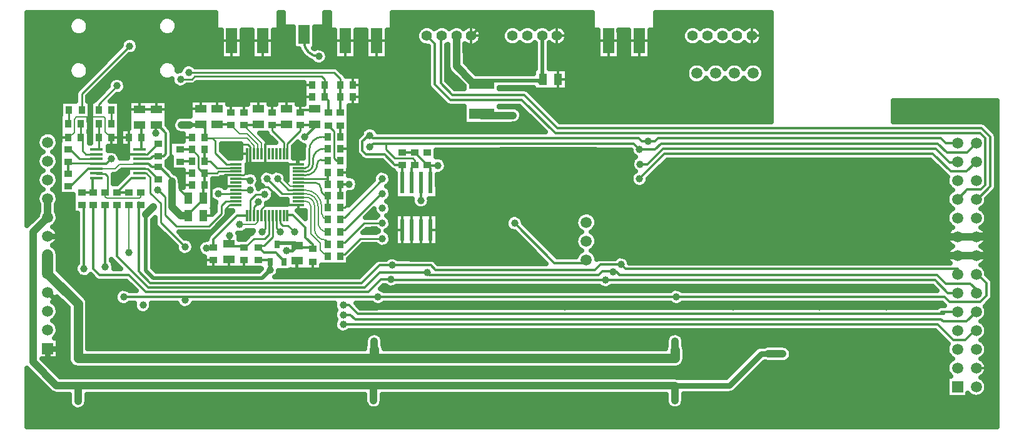
<source format=gbr>
G04 DipTrace 2.4.0.2*
%IN2_Layer_Bottom.gbr*%
%MOIN*%
%ADD10C,0.0098*%
%ADD14C,0.013*%
%ADD15C,0.0089*%
%ADD16C,0.0079*%
%ADD17C,0.0591*%
%ADD19C,0.0512*%
%ADD20C,0.0394*%
%ADD21C,0.0118*%
%ADD22C,0.0197*%
%ADD23C,0.0315*%
%ADD24C,0.0157*%
%ADD25C,0.0276*%
%ADD26C,0.025*%
%ADD28R,0.04X0.035*%
%ADD29R,0.035X0.04*%
%ADD30R,0.0591X0.0433*%
%ADD31R,0.0433X0.0591*%
%ADD32R,0.1339X0.0551*%
%ADD33R,0.0591X0.0591*%
%ADD34C,0.0591*%
%ADD36R,0.0591X0.1378*%
%ADD38R,0.0591X0.0984*%
%ADD40R,0.0256X0.0413*%
%ADD42C,0.0551*%
%ADD43R,0.0236X0.1181*%
%ADD44R,0.063X0.0118*%
%ADD45R,0.0118X0.063*%
%ADD46R,0.0709X0.0157*%
%FSLAX44Y44*%
G04*
G70*
G90*
G75*
G01*
%LNBottom*%
%LPD*%
X7205Y16811D2*
D14*
X7795D1*
Y17559D1*
X7992D1*
X7205Y16811D2*
X7835D1*
X8465D2*
D15*
X8583D1*
Y17677D1*
X8465Y17795D1*
X8012D1*
X7992Y17815D1*
X8465Y16811D2*
D16*
Y16575D1*
X8543Y16496D1*
X10276D1*
X10354Y16575D1*
Y16811D1*
X54870Y12437D2*
D14*
X54965D1*
X55433Y11969D1*
Y11299D1*
X55079Y10945D1*
X53465D1*
X53189Y11220D1*
X38898D1*
X22992D1*
X12835D1*
X9528D1*
X9449Y11142D1*
Y11220D1*
X12717Y11063D2*
X12835D1*
Y11220D1*
X15433Y17520D2*
D10*
X16181D1*
Y17441D1*
X10276Y17815D2*
X10650D1*
X10866Y17598D1*
Y16772D1*
X11417Y16220D1*
Y15197D1*
X12717Y13898D1*
X9094Y16811D2*
D14*
X9724D1*
X9094D2*
X9843Y17559D1*
X10276D1*
X5394Y12559D2*
D17*
Y13476D1*
X7008Y7953D2*
D19*
Y8425D1*
D20*
Y8858D1*
Y8425D2*
D19*
Y10862D1*
X5394Y12476D1*
X22795Y8425D2*
Y7953D1*
X7008D1*
X22795Y8425D2*
D20*
Y8858D1*
Y8425D2*
Y7953D1*
X38819Y7992D2*
D19*
Y7953D1*
Y8386D1*
D20*
Y8858D1*
X22795Y7953D2*
D19*
X38819D1*
X7992Y18071D2*
D16*
X8976D1*
X9213Y18307D1*
X10256D1*
X10276Y18327D1*
D21*
X10768D1*
X10945Y18150D1*
X11299D1*
D14*
X11378D1*
X11969Y17559D1*
Y17047D1*
X12008Y17008D1*
D20*
Y16024D1*
X12480Y15551D1*
X12874D1*
X17185Y15571D2*
D10*
Y14547D1*
X16969Y14331D1*
X16378D1*
X15866Y13819D1*
Y13858D1*
X17244Y12677D2*
D22*
Y13110D1*
Y12677D2*
X16811Y12244D1*
X11024D1*
X10630Y12638D1*
Y15630D1*
X16614Y13189D2*
D14*
X17165D1*
X17244Y13110D1*
X6496Y17126D2*
X6614D1*
X7559Y18071D1*
X7992D1*
X11024Y16024D2*
D20*
X10630Y15630D1*
X15039Y14055D2*
D14*
Y13937D1*
X15787D1*
X15866Y13858D1*
X15079Y14488D2*
Y14134D1*
X15000Y14055D1*
X15039D1*
X18169Y18878D2*
D10*
Y19390D1*
X18858Y20079D1*
Y20394D1*
D14*
X19567D1*
X19606Y20433D1*
Y20276D1*
X19094Y19764D1*
X20984Y17244D2*
X21457D1*
X20984D2*
Y16614D1*
X12953Y20394D2*
D22*
X13504D1*
X13543Y20433D1*
X15433Y18307D2*
D10*
X14921D1*
X14331Y18898D1*
Y19528D1*
X14173Y19685D1*
X13740D1*
Y19724D1*
D14*
Y19656D1*
X13780D1*
Y20197D1*
X13543Y20433D1*
X16398Y18878D2*
D16*
Y19311D1*
X16024Y19685D1*
X13769D1*
X13740Y19656D1*
X12008Y16024D2*
D14*
Y15984D1*
X12323Y15669D1*
X12913D1*
X13740Y16496D1*
X13701D1*
Y17165D1*
X13740Y17205D1*
Y17835D1*
D10*
X14409D1*
X14488Y17913D1*
X15433D1*
X12008Y17008D2*
D20*
Y17402D1*
X24291Y18937D2*
D14*
X24961D1*
X25630Y18268D1*
X25787Y17323D2*
Y18110D1*
X25630Y18268D1*
X26181Y18228D2*
X25669D1*
X25630Y18268D1*
X12520Y20394D2*
D20*
X12953D1*
X13740Y17835D2*
D10*
X13701D1*
X13425Y18110D1*
Y18740D1*
X13071Y19094D1*
D14*
X12441D1*
X12480Y22835D2*
D10*
X13071D1*
X13228Y22992D1*
X20000D1*
X20157Y22835D1*
Y22520D1*
X20354Y21046D2*
D14*
Y21693D1*
X20157Y21890D1*
Y22520D1*
X7205Y21181D2*
D10*
Y22047D1*
X9764Y24606D1*
X18740Y17717D2*
X19120D1*
G03X19764Y18346I14J630D01*
G01*
G02X19961Y18543I197J0D01*
G01*
X20292D1*
G02X20331Y18504I0J-39D01*
G01*
X18740Y17520D2*
X20315D1*
Y17244D1*
D14*
Y17874D1*
X18740Y16535D2*
D16*
X19120D1*
G02X19606Y16102I49J-435D01*
G01*
Y14882D1*
G03X20236Y14252I630J0D01*
G01*
Y14094D1*
G03X20315Y14016I79J0D01*
G01*
X22756Y6496D2*
D20*
Y5709D1*
X7008Y6496D2*
Y5669D1*
Y6496D2*
X22756D1*
X38819D1*
Y5709D1*
X7008Y6496D2*
X5866D1*
X4606Y7756D1*
Y14689D1*
X5394Y15476D1*
Y16476D1*
X10276Y18583D2*
D21*
X10866D1*
X11024Y18740D1*
X11299D1*
D14*
X11575D1*
X11693Y18858D1*
Y19961D1*
X11142Y20512D1*
Y20354D1*
X11181Y20394D1*
X11142Y19961D2*
Y20354D1*
X38819Y6496D2*
D23*
X41732D1*
X43425Y8189D1*
X43780D1*
X30197Y20906D2*
D20*
X28504D1*
Y20984D1*
X29409Y20906D2*
X29803D1*
X30197D1*
X43780Y8189D2*
X44173D1*
X44567D1*
X53870Y16437D2*
D21*
X54402Y16969D1*
X55118D1*
X55354Y17205D1*
Y19685D1*
X55079Y19961D1*
X32441D1*
X30669Y21732D1*
X26850D1*
X26024Y22559D1*
Y24723D1*
X25599Y25148D1*
X18740Y16929D2*
D10*
X18228D1*
X17638Y17520D1*
X9724Y13583D2*
D16*
Y16142D1*
X18740Y16929D2*
X19094D1*
G02X20000Y16024I0J-906D01*
G01*
Y15669D1*
G03X20315Y15354I315J0D01*
G01*
X27174Y25148D2*
D20*
Y23534D1*
X28031Y22677D1*
X28504D1*
Y22598D1*
D22*
Y22756D1*
X31575D1*
G03X31772Y22835I113J2D01*
G01*
D3*
X31741Y25157D2*
Y22804D1*
X31772Y22835D1*
X20984Y15354D2*
D10*
Y15472D1*
X21220D1*
X23268Y17520D1*
X23228D1*
X8465Y12835D2*
D14*
Y16142D1*
X15433Y16732D2*
D10*
X14488D1*
X35118Y12126D2*
D14*
X52677D1*
X53366Y11437D1*
X53870D1*
X16988Y15571D2*
D10*
Y14862D1*
X16811Y14685D1*
X35118Y12126D2*
D14*
X23701D1*
Y12165D1*
X23150D1*
X22480Y11496D1*
X10630D1*
X9724Y12402D1*
X8150D1*
X7835Y12717D1*
Y16142D1*
X54870Y11437D2*
Y11626D1*
X54567Y11929D1*
X53268D1*
X52795Y12402D1*
X35866D1*
X35709Y12559D1*
X35370D1*
Y12598D1*
X34961D1*
X34764Y12402D1*
X25709D1*
X25591Y12520D1*
X25630D1*
X17579Y15571D2*
D10*
Y14902D1*
X17795Y14685D1*
X35512Y12559D2*
D16*
X35370D1*
X25630Y12520D2*
D14*
X23071D1*
X22283Y11732D1*
X10748D1*
X9094Y13386D1*
Y16142D1*
X15433Y16929D2*
D10*
X16181D1*
X54870Y18437D2*
D14*
X54346Y17913D1*
X53504D1*
X52559Y18858D1*
X38268D1*
X36929Y17520D1*
X20984Y14016D2*
D10*
Y14134D1*
X21220D1*
X22244Y15157D1*
X23228D1*
X20984Y13386D2*
Y13504D1*
X21220D1*
X22047Y14331D1*
X23228D1*
X53870Y12437D2*
D21*
Y12717D1*
X36181D1*
X35945Y12953D1*
X34843D1*
X34567Y12677D1*
X26063D1*
X25827Y12913D1*
D14*
X23740D1*
X23071D1*
X22126Y11969D1*
X10866D1*
X10236Y12598D1*
Y16260D1*
X10354Y16142D1*
X17776Y15571D2*
D10*
Y15177D1*
X17913Y15039D1*
X18189D1*
X18543Y14685D1*
X35945Y12953D2*
D21*
D3*
X14213Y13858D2*
Y14291D1*
X15472Y15551D1*
X15984D1*
X16004Y15571D1*
X14213Y13858D2*
D14*
X13858D1*
Y13819D1*
X18169Y15571D2*
D21*
Y15591D1*
X18465D1*
X19134Y14921D1*
Y14409D1*
X19528Y14016D1*
Y13780D1*
X17618Y14016D2*
D22*
Y14094D1*
X18583D1*
X18701Y13976D1*
D14*
Y13858D1*
X19449D1*
X19528Y13780D1*
X18110Y13701D2*
D24*
X18425D1*
X18701Y13976D1*
X19055Y25236D2*
D14*
Y24843D1*
G03X19843Y24055I787J0D01*
G01*
X34094Y13197D2*
Y13031D1*
X32402D1*
X30276Y15157D1*
X16594Y18878D2*
D16*
Y19350D1*
X16024Y19921D1*
X15630D1*
X15157Y20394D1*
X14409Y20433D2*
D14*
X15118D1*
X15157Y20394D1*
X15433Y18110D2*
D10*
X14409D1*
X14055Y18465D1*
X13740D1*
D14*
Y19094D1*
X53870Y10437D2*
X53028D1*
X53150Y10315D1*
X21929D1*
X21457Y10787D1*
X21142D1*
Y10276D2*
X21535D1*
X21772Y10039D1*
X52992D1*
X53110Y9921D1*
X54354D1*
X54870Y10437D1*
X20984Y21046D2*
Y21890D1*
Y22520D1*
D10*
Y22874D1*
X20669Y23189D1*
X12913D1*
X18740Y16732D2*
X17874D1*
X17087Y17520D1*
X7323Y12717D2*
D14*
Y16142D1*
X7205D1*
X18740Y16732D2*
D16*
X19120D1*
G02X19803Y16063I14J-669D01*
G01*
Y15197D1*
G03X20315Y14685I512J0D01*
G01*
X8110Y21181D2*
D10*
Y21496D1*
X9094Y22480D1*
X8110Y19724D2*
Y19094D1*
X7992D1*
X8110Y19724D2*
Y20472D1*
X16594Y15571D2*
D16*
Y15217D1*
X16457Y15079D1*
X15630D1*
X25276Y16378D2*
D14*
Y17311D1*
X25287Y17323D1*
X18740Y18110D2*
D10*
X19120D1*
G03X19331Y18307I13J197D01*
G01*
Y19055D1*
G02X20039Y19764I709J0D01*
G01*
X20331D1*
X26399Y25148D2*
D21*
Y24982D1*
X26339Y24921D1*
Y22638D1*
X26969Y22008D1*
X30787D1*
X32559Y20236D1*
X55157D1*
X55630Y19764D1*
Y17126D1*
X54941Y16437D1*
X54870D1*
X53870Y18437D2*
D14*
Y18386D1*
X53465D1*
X52717Y19134D1*
X38189D1*
X37362Y18307D1*
X36969D1*
X18740Y17913D2*
D10*
X19120D1*
G03X19528Y18307I13J394D01*
G01*
Y18543D1*
G02X20118Y19134I591J0D01*
G01*
X20331D1*
X15433Y16339D2*
X14882D1*
X14646Y16102D1*
Y15669D1*
X13976Y15000D1*
X12244D1*
X11654Y15591D1*
Y16575D1*
X11220Y17008D1*
Y16969D1*
X11260Y16929D1*
X6496Y18425D2*
Y18346D1*
X7972D1*
X7992Y18327D1*
D14*
X8524D1*
X8780Y18583D1*
X6496Y17795D2*
Y18425D1*
Y19094D2*
D10*
X6575D1*
X7087Y18583D1*
X7992D1*
X16791Y18878D2*
D16*
Y19429D1*
X15866Y20354D1*
X15945D1*
X15866Y20433D1*
Y20394D1*
D14*
X16575D1*
X16614Y20433D1*
X17972Y18878D2*
D10*
Y19469D1*
X17362Y20079D1*
Y20394D1*
D14*
X18071D1*
X18110Y20433D1*
X54870Y9437D2*
X54791D1*
X54291Y8937D1*
X53661D1*
X52835Y9764D1*
X21142D1*
X21001Y18504D2*
D10*
X20787D1*
X20669Y18622D1*
Y20062D1*
X20354Y20377D1*
X21001Y19764D2*
D14*
Y20361D1*
X20984Y20377D1*
X20315Y16614D2*
Y15984D1*
X18740Y17323D2*
D10*
X19646D1*
G02X19961Y17008I0J-315D01*
G01*
Y16969D1*
G03X20315Y16614I354J0D01*
G01*
X20984Y14685D2*
Y14803D1*
X21220D1*
X23150Y16732D1*
X23228D1*
X13071Y18465D2*
D14*
X12480D1*
X12441Y18425D1*
X20315Y13386D2*
D16*
Y13543D1*
X20118D1*
X19921Y13740D1*
Y14094D1*
X19409Y14606D1*
Y16063D1*
G03X19134Y16339I-276J0D01*
G01*
X18740D1*
X17382Y15571D2*
D10*
Y14429D1*
X16929Y13976D1*
X16614D1*
Y13858D1*
X17992Y13110D2*
D14*
X18031D1*
X17559Y13583D1*
X16929D1*
X16654Y13858D1*
X16614D1*
X10394Y19724D2*
Y19094D1*
X10276D1*
Y20394D2*
X10394D1*
Y19724D1*
X7992Y18839D2*
D10*
X7421D1*
X7244Y19016D1*
Y19646D1*
X7165Y19724D1*
Y20472D1*
X6535Y21181D2*
Y20512D1*
X6496Y20472D1*
X8780D2*
Y21181D1*
X50000Y9252D2*
D14*
X46496D1*
X37711D1*
Y9331D1*
X32992D1*
X37480D2*
X37711D1*
X32992D2*
Y9252D1*
X32402Y8661D1*
X24055D1*
X23346Y9370D1*
X22598D1*
X22165Y8937D1*
X20079D1*
X18858Y10157D1*
X8976D1*
X6575Y12559D1*
Y13858D1*
X5906Y14528D1*
X5445D1*
X5394Y14476D1*
X54870Y7437D2*
X55551D1*
Y5591D1*
X54921Y4961D1*
X37402D1*
X36811Y5551D1*
X55551Y7437D2*
Y10433D1*
X55945Y10827D1*
Y14094D1*
X55433Y14606D1*
X55039D1*
X54870Y14437D1*
X53870D2*
D20*
X54870D1*
X53870Y13437D2*
D14*
X53307D1*
Y13819D1*
Y14437D1*
X53870D1*
Y13437D2*
D20*
X54870D1*
X53307Y14437D2*
D14*
Y13622D1*
X38701Y13780D2*
X46575D1*
X46614Y13819D1*
X50039D1*
X53307D1*
X13071Y19724D2*
X12480D1*
Y19685D1*
X18740Y16142D2*
D10*
X18071D1*
X17126Y17087D1*
X16732D1*
X16575Y17244D1*
Y17756D1*
X16457Y17874D1*
X15984D1*
X15827Y17717D1*
X15433D1*
Y17126D2*
X14882D1*
X14764Y17244D1*
Y17598D1*
X14882Y17717D1*
X15433D1*
X18701Y18701D2*
D14*
Y18346D1*
D21*
X18740Y18307D1*
X16004Y18878D2*
D10*
Y18406D1*
X16102Y18307D1*
X16988D1*
X18740D1*
X16988Y18878D2*
Y18307D1*
X16201Y18878D2*
Y19232D1*
X16063Y19370D1*
X15512D1*
X15276Y19134D1*
Y18780D1*
X15236Y18740D1*
X5394Y11476D2*
D25*
X5413D1*
X6142Y10748D1*
Y8465D1*
X5406D1*
X5394Y8476D1*
X10276Y18839D2*
D10*
X10689D1*
X11260Y19409D1*
X11299D1*
X10276Y18839D2*
D14*
X9311D1*
X9094Y19055D1*
X8780Y19724D2*
Y19370D1*
X9094Y19055D1*
X10394Y25079D2*
Y22520D1*
X9173Y21299D1*
Y19134D1*
X9094Y19055D1*
X6496Y19724D2*
D16*
X6535D1*
X6811Y20000D1*
Y20709D1*
X6929Y20827D1*
X8386D1*
X8465Y20748D1*
Y20039D1*
X8780Y19724D1*
X9724D2*
D14*
Y21220D1*
X10276D1*
X11181D1*
X9724Y19724D2*
X9173D1*
Y19055D1*
X9094D1*
X10276Y18071D2*
D10*
X10709D1*
X11299Y17480D1*
X10276Y18071D2*
D14*
X9606D1*
X9331Y17795D1*
X50079Y10709D2*
X46535D1*
X39054D1*
X32953D1*
Y10787D1*
X26299D1*
X25433D1*
X41929Y10709D2*
X39054D1*
X14724Y17244D2*
X14747D1*
D10*
X14764D1*
X18740Y17126D2*
D16*
X18307D1*
X18071Y17362D1*
Y17835D1*
X20984Y17874D2*
D14*
X21496D1*
X21732Y18110D1*
X21890D1*
X20984Y15984D2*
D10*
X21220D1*
X21890Y16654D1*
Y18110D1*
X16791Y15571D2*
Y15925D1*
X17008Y16142D1*
X18071D1*
X12480Y19685D2*
D14*
X12126D1*
Y21102D1*
X13110Y22087D1*
X13543D1*
X14409D1*
X15157D1*
X15866D1*
X16614D1*
X17362D1*
X18110D1*
X18858D1*
Y21890D1*
Y21181D1*
X19528D1*
X19606Y21260D1*
X18110D2*
Y22087D1*
X17362Y21063D2*
Y22087D1*
X16614Y21260D2*
Y22087D1*
X15866Y21063D2*
Y22087D1*
X15157Y21063D2*
Y22087D1*
X18858Y21063D2*
Y21181D1*
X14409Y21260D2*
Y22087D1*
X20472Y24449D2*
Y25079D1*
Y24449D2*
Y24016D1*
X21299Y23189D1*
X22638D1*
X22874Y23425D1*
X23701Y24449D2*
Y23425D1*
Y22281D1*
Y24449D2*
Y25039D1*
X22874Y23425D2*
X23701D1*
X28031Y20118D2*
X24213D1*
Y20354D1*
X24134Y20433D1*
X22992D1*
X22323Y21102D1*
Y21407D1*
X22126D1*
Y21929D1*
X21260Y24882D2*
Y23228D1*
X21299Y23189D1*
X22913Y24882D2*
Y23465D1*
X22874Y23425D1*
X17638Y24409D2*
Y23780D1*
X16850D1*
X15197D1*
Y23740D1*
X14409D1*
Y24409D1*
X15197Y24882D2*
Y23780D1*
X16850Y24882D2*
Y23780D1*
X14409Y24409D2*
Y25039D1*
X17638Y24409D2*
Y25079D1*
X12480Y19685D2*
D3*
X31378Y18031D2*
X28071D1*
Y18898D1*
X31378Y18031D2*
X34449D1*
X38701Y13780D1*
X21890Y18110D2*
Y19134D1*
Y20974D1*
X22323Y21407D1*
X21001Y19134D2*
X21890D1*
X19488Y21890D2*
X18858D1*
X19488Y22520D2*
X19016D1*
X18858Y22362D1*
Y22087D1*
X21654Y22520D2*
X22165D1*
X22126Y22480D1*
Y21929D1*
X21654Y21890D2*
X22087D1*
X22126Y21929D1*
X14724Y17244D2*
D3*
X25236Y11693D2*
X26260D1*
X32874D1*
X38976D1*
X46575D1*
X50079D1*
X40984Y11654D2*
X39016D1*
X38976Y11693D1*
X14213Y13189D2*
Y12677D1*
X14567D1*
X18701Y13150D2*
Y12638D1*
X19528D1*
Y13110D1*
X18346Y12638D2*
X18661D1*
Y13150D1*
X18701D1*
X15039Y13228D2*
Y12677D1*
X15866D1*
Y13189D1*
X15039Y13228D2*
X14921D1*
X15039Y13346D1*
Y12677D1*
X14567D1*
X11929Y13268D2*
X13150D1*
X13740Y12677D1*
X14567D1*
X15433Y16142D2*
D10*
X15079D1*
X14882Y15945D1*
Y15472D1*
X13465Y14055D1*
Y13346D1*
X13622Y13189D1*
X14213D1*
X18346Y12638D2*
D14*
X22087D1*
X23307Y13858D1*
X23819D1*
Y17677D1*
X23386Y18110D1*
X21890D1*
X14724Y17244D2*
X14331D1*
X14134Y17047D1*
Y15551D1*
X13701D1*
X12126Y19685D2*
Y19646D1*
X11969Y19488D1*
Y18189D1*
X12441Y17717D1*
Y17205D1*
Y16929D1*
X12874Y16496D1*
X13071Y17205D2*
X12441D1*
X13071Y17835D2*
X12559D1*
X12441Y17717D1*
X13701Y15551D2*
X14094D1*
X14213Y15669D1*
Y15945D1*
X13543Y21260D2*
Y22087D1*
X23819Y13858D2*
X24287D1*
X24787D1*
X25287D1*
X25787D1*
Y14803D1*
X25287D2*
Y13858D1*
X24787Y14803D2*
Y13858D1*
X24287Y14803D2*
Y13858D1*
X16988Y18878D2*
D21*
Y19258D1*
D14*
Y19350D1*
X17244Y19606D1*
X46693Y18346D2*
X44252D1*
X41299D1*
X41260Y18307D1*
X37717Y24429D2*
Y25059D1*
X32835Y20748D2*
X34449D1*
X35748D1*
X42913Y25154D2*
Y23858D1*
X39173D1*
X38071D1*
X37717D1*
X37362D1*
X37165D1*
X36929D1*
X36299D1*
X35630D1*
X35276D1*
X34488D1*
X33425D1*
X33504D1*
Y26260D1*
X29074D1*
X27962Y25148D1*
X32835Y20748D2*
X33425D1*
Y22835D1*
Y23858D1*
X35276Y24882D2*
Y23858D1*
X34488Y24390D2*
Y23858D1*
Y24390D2*
Y25020D1*
X37717Y24429D2*
Y23858D1*
X36929Y24882D2*
Y23858D1*
X38071Y22992D2*
Y23858D1*
X36299Y22677D2*
Y23858D1*
X35630Y23622D2*
Y23858D1*
X37362Y21969D2*
Y23858D1*
X39173Y22756D2*
Y23858D1*
Y22756D2*
Y21614D1*
X38740D1*
X40166D1*
Y21969D1*
X40512D1*
X40630D1*
X41654D1*
X41775Y21847D1*
X42205Y21417D1*
X40512Y22677D2*
Y21969D1*
X40630Y21378D2*
Y21969D1*
X37165Y23701D2*
D16*
Y23858D1*
X39921Y21496D2*
X40048D1*
X40166Y21614D1*
X41535Y22323D2*
Y22087D1*
X41775Y21847D1*
X23701Y25039D2*
D14*
Y25079D1*
X24606Y25984D1*
X28031D1*
X27962Y25914D1*
Y25148D1*
X32598Y22835D2*
X33425D1*
X54870Y19437D2*
D16*
X54866D1*
Y19543D1*
X36929Y19094D2*
D14*
X37756D1*
X38071Y19409D1*
X52835D1*
X53307Y18937D1*
X54370D1*
X54870Y19437D1*
X36929Y19094D2*
X36614Y19409D1*
X23425D1*
X22756D1*
X22559Y19213D1*
X16201Y15571D2*
D10*
Y16398D1*
X16496Y16693D1*
X16969D1*
X23425Y19409D2*
Y19094D1*
X23898Y18622D1*
X24843D1*
X24961Y18504D1*
Y18268D1*
X24787Y17323D2*
D14*
Y18094D1*
X24961Y18268D1*
X53870Y19437D2*
D16*
Y19583D1*
X53882D1*
X37402Y19528D2*
D14*
X37756D1*
X37913Y19685D1*
X52992D1*
X53240Y19437D1*
X53870D1*
X37402Y19528D2*
X37047D1*
X36890Y19685D1*
X22717D1*
X22559Y19843D1*
X16398Y15571D2*
D10*
Y16043D1*
X16614Y16260D1*
Y16299D1*
X22559Y19843D2*
D21*
X22480D1*
X22165Y19528D1*
Y19016D1*
X22362Y18819D1*
X23346D1*
X23898Y18268D1*
X24291D1*
X24287Y17323D2*
D14*
Y18264D1*
X24291Y18268D1*
D20*
X14409Y24409D3*
X17244Y19606D3*
X7323Y12717D3*
X8465Y12835D3*
X8780Y18583D3*
X9094Y22480D3*
Y19055D3*
X9331Y17795D3*
X9764Y24606D3*
X10394Y25079D3*
X10472Y10787D3*
X10630Y15630D3*
X11024Y16024D3*
X11142Y19961D3*
X11260Y16929D3*
X11929Y13268D3*
X12008Y17008D3*
X12126Y19685D3*
X12480Y22835D3*
Y19685D3*
X12520Y20394D3*
X12008Y17402D3*
X12913Y23189D3*
X12953Y20394D3*
X12717Y13898D3*
X13386Y24016D3*
X14567Y12677D3*
X15079Y14488D3*
X19843Y24055D3*
X14409Y25039D3*
X14488Y16732D3*
X14724Y17244D3*
X15197Y23740D3*
X15236Y18740D3*
X15630Y15079D3*
X16181Y17441D3*
Y16929D3*
X16614Y16299D3*
X16811Y14685D3*
X16850Y23780D3*
X16969Y16693D3*
X17087Y17520D3*
X17244Y12677D3*
X30276Y15157D3*
X17638Y25079D3*
Y24409D3*
Y17520D3*
X17795Y14685D3*
X18071Y17835D3*
X18543Y14685D3*
X18701Y18701D3*
X18346Y12638D3*
X19094Y19764D3*
X20472Y25079D3*
Y24449D3*
X21299Y23189D3*
X21457Y17244D3*
X21890Y18110D3*
X22126Y21929D3*
X22874Y23425D3*
X23228Y17520D3*
Y16732D3*
Y15945D3*
Y15157D3*
Y14331D3*
X23346Y21496D3*
X23701Y25039D3*
Y24449D3*
X23661Y22638D3*
X23701Y12165D3*
X23740Y12913D3*
X24213Y20354D3*
X24764Y21457D3*
X25039Y22598D3*
X25236Y11693D3*
X25433Y10787D3*
X25630Y12520D3*
X26260Y11693D3*
X26378Y21575D3*
X26299Y10787D3*
X25276Y16378D3*
X28031Y20118D3*
X28071Y18898D3*
X31378Y18031D3*
X32835Y20748D3*
X32874Y11693D3*
X32953Y10709D3*
X32992Y9331D3*
X34449Y20748D3*
X34488Y25020D3*
Y24390D3*
X35118Y12126D3*
X35512Y12559D3*
X35630Y23622D3*
X35748Y20748D3*
X35945Y12953D3*
X36299Y22677D3*
X37165Y23701D3*
X37480Y9331D3*
X37362Y21969D3*
X37717Y25059D3*
Y24429D3*
X38071Y22992D3*
X38701Y13780D3*
X39173Y22756D3*
X38740Y21614D3*
X39921Y21496D3*
X40630Y21378D3*
X40984Y11654D3*
X41260Y18307D3*
X40512Y22677D3*
X41929Y10709D3*
X41535Y22323D3*
X42205Y21417D3*
X44252Y18346D3*
X46496Y9252D3*
X46535Y10709D3*
X46575Y11693D3*
X46614Y13819D3*
X46693Y18346D3*
X50000Y9252D3*
X50039Y13819D3*
X50079Y11693D3*
Y10709D3*
X18110Y13701D3*
X13858Y13819D3*
X14213Y15945D3*
X4304Y26142D2*
D26*
X6802D1*
X7290D2*
X11529D1*
X12016D2*
X14318D1*
X17727D2*
X17920D1*
X20188D2*
X20380D1*
X23790D2*
X34396D1*
X37805D2*
X43923D1*
X4304Y25893D2*
X6552D1*
X7544D2*
X11275D1*
X12266D2*
X14318D1*
X17727D2*
X17920D1*
X20188D2*
X20380D1*
X23790D2*
X34396D1*
X37805D2*
X43923D1*
X4304Y25645D2*
X6502D1*
X7591D2*
X11228D1*
X12317D2*
X14318D1*
X17727D2*
X17920D1*
X20180D2*
X20380D1*
X23790D2*
X25361D1*
X25837D2*
X26162D1*
X26638D2*
X26939D1*
X27411D2*
X27724D1*
X28200D2*
X29908D1*
X30427D2*
X30709D1*
X31223D2*
X31482D1*
X32001D2*
X32271D1*
X32786D2*
X34396D1*
X37805D2*
X39513D1*
X40016D2*
X40298D1*
X40805D2*
X41088D1*
X41591D2*
X41873D1*
X42380D2*
X42662D1*
X43165D2*
X43923D1*
X4304Y25396D2*
X6580D1*
X7516D2*
X11302D1*
X12239D2*
X14611D1*
X15782D2*
X16267D1*
X17434D2*
X18470D1*
X19641D2*
X20673D1*
X21845D2*
X22330D1*
X23497D2*
X25095D1*
X28466D2*
X29658D1*
X33040D2*
X34689D1*
X35860D2*
X36345D1*
X37513D2*
X39255D1*
X43423D2*
X43923D1*
X4304Y25147D2*
X14611D1*
X15782D2*
X16267D1*
X17434D2*
X18470D1*
X19641D2*
X20673D1*
X21845D2*
X22330D1*
X23497D2*
X25033D1*
X28528D2*
X29599D1*
X33095D2*
X34689D1*
X35860D2*
X36345D1*
X37513D2*
X39197D1*
X43477D2*
X43923D1*
X4304Y24899D2*
X9380D1*
X10145D2*
X14611D1*
X15782D2*
X16267D1*
X17434D2*
X18470D1*
X19641D2*
X20673D1*
X21845D2*
X22330D1*
X23497D2*
X25095D1*
X28466D2*
X29666D1*
X33028D2*
X34689D1*
X35860D2*
X36345D1*
X37513D2*
X39263D1*
X43415D2*
X43923D1*
X4304Y24650D2*
X9279D1*
X10247D2*
X14611D1*
X15782D2*
X16267D1*
X17434D2*
X18470D1*
X19641D2*
X20673D1*
X21845D2*
X22330D1*
X23497D2*
X25365D1*
X28196D2*
X29955D1*
X30376D2*
X30755D1*
X31177D2*
X31353D1*
X32130D2*
X32318D1*
X32739D2*
X34689D1*
X35860D2*
X36345D1*
X37513D2*
X39545D1*
X39981D2*
X40334D1*
X40770D2*
X41119D1*
X41555D2*
X41908D1*
X42345D2*
X42693D1*
X43134D2*
X43923D1*
X4304Y24401D2*
X9091D1*
X10204D2*
X14611D1*
X15782D2*
X16267D1*
X17434D2*
X18791D1*
X20173D2*
X20673D1*
X21845D2*
X22330D1*
X23497D2*
X25673D1*
X27661D2*
X31353D1*
X32130D2*
X34689D1*
X35860D2*
X36345D1*
X37513D2*
X43923D1*
X4304Y24153D2*
X8841D1*
X9872D2*
X14611D1*
X15782D2*
X16267D1*
X17434D2*
X18939D1*
X20317D2*
X20673D1*
X21845D2*
X22330D1*
X23497D2*
X25673D1*
X27661D2*
X31353D1*
X32130D2*
X34689D1*
X35860D2*
X36345D1*
X37513D2*
X43923D1*
X4304Y23904D2*
X8591D1*
X9532D2*
X19216D1*
X20305D2*
X25673D1*
X27661D2*
X31353D1*
X32130D2*
X43923D1*
X4304Y23655D2*
X6634D1*
X7458D2*
X8345D1*
X9282D2*
X11361D1*
X12184D2*
X19588D1*
X20098D2*
X25673D1*
X27731D2*
X31353D1*
X32130D2*
X39728D1*
X40263D2*
X40728D1*
X41263D2*
X41728D1*
X42263D2*
X42728D1*
X43263D2*
X43923D1*
X4304Y23406D2*
X6509D1*
X7583D2*
X8095D1*
X9032D2*
X11236D1*
X12309D2*
X12484D1*
X20923D2*
X25673D1*
X27981D2*
X31353D1*
X32130D2*
X39474D1*
X43520D2*
X43923D1*
X4304Y23158D2*
X6525D1*
X7571D2*
X7845D1*
X8786D2*
X11248D1*
X21169D2*
X25673D1*
X26688D2*
X26875D1*
X28227D2*
X31267D1*
X33106D2*
X39412D1*
X43583D2*
X43923D1*
X4304Y22909D2*
X6685D1*
X7407D2*
X7599D1*
X8536D2*
X8900D1*
X9290D2*
X11412D1*
X22118D2*
X25673D1*
X26688D2*
X27123D1*
X33106D2*
X39466D1*
X43528D2*
X43923D1*
X4304Y22660D2*
X7349D1*
X8286D2*
X8646D1*
X9544D2*
X12029D1*
X13364D2*
X19025D1*
X22118D2*
X25673D1*
X26798D2*
X27369D1*
X33106D2*
X39697D1*
X40294D2*
X40697D1*
X41294D2*
X41697D1*
X42294D2*
X42697D1*
X43294D2*
X43923D1*
X4304Y22412D2*
X7099D1*
X8040D2*
X8556D1*
X9575D2*
X12271D1*
X12692D2*
X19025D1*
X22118D2*
X25709D1*
X27048D2*
X27545D1*
X33106D2*
X43923D1*
X4304Y22163D2*
X6888D1*
X7790D2*
X8306D1*
X9454D2*
X19025D1*
X22118D2*
X25935D1*
X31114D2*
X43923D1*
X4304Y21914D2*
X6865D1*
X7544D2*
X8060D1*
X8997D2*
X19025D1*
X22118D2*
X26185D1*
X31364D2*
X43923D1*
X4304Y21666D2*
X6865D1*
X7544D2*
X7822D1*
X8751D2*
X9689D1*
X11766D2*
X12959D1*
X14993D2*
X16029D1*
X17200D2*
X17525D1*
X18696D2*
X19021D1*
X22118D2*
X26435D1*
X31614D2*
X43923D1*
X50485D2*
X55970D1*
X4304Y21417D2*
X6072D1*
X9243D2*
X9689D1*
X11766D2*
X12959D1*
X21473D2*
X26752D1*
X31860D2*
X43923D1*
X50485D2*
X55970D1*
X4304Y21168D2*
X6072D1*
X9243D2*
X9689D1*
X11766D2*
X12959D1*
X21473D2*
X27545D1*
X30602D2*
X30750D1*
X32110D2*
X43923D1*
X50485D2*
X55970D1*
X4304Y20920D2*
X6033D1*
X9243D2*
X9689D1*
X11766D2*
X12959D1*
X21473D2*
X27545D1*
X30684D2*
X30998D1*
X32360D2*
X43923D1*
X50485D2*
X55970D1*
X4304Y20671D2*
X6033D1*
X9243D2*
X9689D1*
X11766D2*
X12127D1*
X21473D2*
X27545D1*
X30618D2*
X31248D1*
X32606D2*
X43923D1*
X50485D2*
X55970D1*
X4304Y20422D2*
X6033D1*
X9243D2*
X9689D1*
X11766D2*
X12033D1*
X21473D2*
X31498D1*
X55454D2*
X55970D1*
X4304Y20174D2*
X6033D1*
X11970D2*
X12086D1*
X21473D2*
X22213D1*
X22907D2*
X31744D1*
X55704D2*
X55970D1*
X4304Y19925D2*
X5033D1*
X5755D2*
X6033D1*
X12048D2*
X12607D1*
X16751D2*
X17064D1*
X21466D2*
X22080D1*
X4304Y19676D2*
X4845D1*
X5942D2*
X6029D1*
X12048D2*
X12607D1*
X17001D2*
X17295D1*
X21466D2*
X21853D1*
X4304Y19427D2*
X4810D1*
X21466D2*
X21818D1*
X4304Y19179D2*
X4896D1*
X5891D2*
X6005D1*
X8638D2*
X9630D1*
X14669D2*
X15654D1*
X18516D2*
X18998D1*
X21466D2*
X21818D1*
X4304Y18930D2*
X5041D1*
X5747D2*
X6005D1*
X9110D2*
X9630D1*
X14766D2*
X15654D1*
X18516D2*
X18990D1*
X21466D2*
X21830D1*
X26118D2*
X36474D1*
X4304Y18681D2*
X4849D1*
X9255D2*
X9630D1*
X15016D2*
X15654D1*
X18516D2*
X18990D1*
X21466D2*
X22017D1*
X26294D2*
X36673D1*
X4304Y18433D2*
X4810D1*
X11790D2*
X11951D1*
X21466D2*
X23248D1*
X26622D2*
X36498D1*
X38333D2*
X52494D1*
X4304Y18184D2*
X4892D1*
X5895D2*
X6005D1*
X11837D2*
X11953D1*
X16036D2*
X18134D1*
X21466D2*
X23498D1*
X26665D2*
X36498D1*
X38087D2*
X52744D1*
X4304Y17935D2*
X5048D1*
X5739D2*
X6005D1*
X9298D2*
X9630D1*
X12083D2*
X12607D1*
X16036D2*
X16861D1*
X17313D2*
X17410D1*
X17864D2*
X18134D1*
X21450D2*
X23002D1*
X23454D2*
X23802D1*
X26563D2*
X36670D1*
X37837D2*
X52990D1*
X4304Y17687D2*
X4849D1*
X8915D2*
X9478D1*
X12395D2*
X12607D1*
X21614D2*
X22771D1*
X23684D2*
X23880D1*
X26196D2*
X36474D1*
X37587D2*
X53240D1*
X4304Y17438D2*
X4810D1*
X8915D2*
X9232D1*
X12493D2*
X12608D1*
X14204D2*
X14830D1*
X21899D2*
X22716D1*
X23708D2*
X23880D1*
X26196D2*
X36451D1*
X37407D2*
X53287D1*
X4304Y17189D2*
X4888D1*
X5899D2*
X6005D1*
X12493D2*
X12608D1*
X14204D2*
X14396D1*
X14580D2*
X14830D1*
X16595D2*
X16737D1*
X21938D2*
X22466D1*
X23575D2*
X23880D1*
X26196D2*
X36584D1*
X37278D2*
X53341D1*
X4304Y16941D2*
X5056D1*
X5731D2*
X6005D1*
X21829D2*
X22220D1*
X23665D2*
X23880D1*
X26196D2*
X53588D1*
X4304Y16692D2*
X4853D1*
X21450D2*
X21970D1*
X23712D2*
X23880D1*
X26196D2*
X53345D1*
X55680D2*
X55970D1*
X4304Y16443D2*
X4810D1*
X5977D2*
X6716D1*
X17384D2*
X17728D1*
X21450D2*
X21720D1*
X23614D2*
X24795D1*
X25759D2*
X53287D1*
X55454D2*
X55970D1*
X4304Y16195D2*
X4884D1*
X5903D2*
X6716D1*
X14208D2*
X14320D1*
X17091D2*
X18134D1*
X23641D2*
X24826D1*
X25723D2*
X53341D1*
X55399D2*
X55970D1*
X4304Y15946D2*
X4908D1*
X5880D2*
X6716D1*
X14208D2*
X14306D1*
X23716D2*
X25088D1*
X25462D2*
X53576D1*
X55165D2*
X55970D1*
X4304Y15697D2*
X4853D1*
X5934D2*
X6966D1*
X14985D2*
X15134D1*
X18841D2*
X19080D1*
X22583D2*
X22814D1*
X23641D2*
X33818D1*
X34372D2*
X53349D1*
X55391D2*
X55970D1*
X4304Y15448D2*
X4689D1*
X5977D2*
X6966D1*
X23610D2*
X23880D1*
X26196D2*
X29892D1*
X30657D2*
X33568D1*
X34618D2*
X53287D1*
X55454D2*
X55970D1*
X4304Y15200D2*
X4439D1*
X5907D2*
X6966D1*
X23712D2*
X23880D1*
X26196D2*
X29791D1*
X30759D2*
X33509D1*
X34680D2*
X53338D1*
X55403D2*
X55970D1*
X5716Y14951D2*
X6966D1*
X11016D2*
X11193D1*
X23665D2*
X23880D1*
X26196D2*
X29838D1*
X30973D2*
X33568D1*
X34622D2*
X53568D1*
X55173D2*
X55970D1*
X5930Y14702D2*
X6966D1*
X11016D2*
X11443D1*
X15923D2*
X16326D1*
X22259D2*
X22931D1*
X23528D2*
X23880D1*
X26196D2*
X30173D1*
X31223D2*
X33806D1*
X34384D2*
X53353D1*
X55388D2*
X55970D1*
X5977Y14454D2*
X6966D1*
X11016D2*
X11693D1*
X12630D2*
X13908D1*
X15626D2*
X16033D1*
X23700D2*
X23880D1*
X26196D2*
X30490D1*
X31470D2*
X33572D1*
X34618D2*
X53287D1*
X55454D2*
X55970D1*
X5907Y14205D2*
X6966D1*
X11016D2*
X11939D1*
X13087D2*
X13580D1*
X23696D2*
X23880D1*
X26196D2*
X30736D1*
X31720D2*
X33509D1*
X34680D2*
X53334D1*
X55403D2*
X55970D1*
X5708Y13956D2*
X6966D1*
X11016D2*
X12189D1*
X13200D2*
X13392D1*
X22141D2*
X22931D1*
X23524D2*
X23880D1*
X26196D2*
X30986D1*
X31970D2*
X33564D1*
X34626D2*
X53556D1*
X55184D2*
X55970D1*
X5930Y13708D2*
X6966D1*
X11016D2*
X12271D1*
X13161D2*
X13384D1*
X21891D2*
X31236D1*
X32216D2*
X33798D1*
X34391D2*
X53353D1*
X55384D2*
X55970D1*
X5977Y13459D2*
X6966D1*
X11016D2*
X12548D1*
X12884D2*
X13545D1*
X21645D2*
X31482D1*
X32466D2*
X33576D1*
X34614D2*
X53287D1*
X55454D2*
X55970D1*
X5977Y13210D2*
X6966D1*
X11016D2*
X13724D1*
X21450D2*
X22904D1*
X25997D2*
X31732D1*
X36352D2*
X53334D1*
X55407D2*
X55970D1*
X5977Y12962D2*
X6908D1*
X8934D2*
X9026D1*
X11016D2*
X13724D1*
X21450D2*
X22627D1*
X55192D2*
X55970D1*
X5977Y12713D2*
X6838D1*
X11095D2*
X16740D1*
X20016D2*
X22380D1*
X55384D2*
X55970D1*
X6169Y12464D2*
X6912D1*
X17680D2*
X22130D1*
X55454D2*
X55970D1*
X6415Y12216D2*
X7845D1*
X55677D2*
X55970D1*
X6665Y11967D2*
X9670D1*
X55786D2*
X55970D1*
X6915Y11718D2*
X9916D1*
X23192D2*
X23560D1*
X23841D2*
X34877D1*
X35360D2*
X52595D1*
X55786D2*
X55970D1*
X7161Y11469D2*
X9037D1*
X55786D2*
X55970D1*
X7411Y11221D2*
X8963D1*
X55778D2*
X55970D1*
X5680Y10972D2*
X6138D1*
X7544D2*
X9033D1*
X55598D2*
X55970D1*
X5923Y10723D2*
X6384D1*
X7555D2*
X9990D1*
X10954D2*
X12380D1*
X13055D2*
X20658D1*
X22013D2*
X52838D1*
X55376D2*
X55970D1*
X5977Y10475D2*
X6463D1*
X7555D2*
X10107D1*
X10837D2*
X20701D1*
X55454D2*
X55970D1*
X5919Y10226D2*
X6463D1*
X7555D2*
X20658D1*
X55415D2*
X55970D1*
X5673Y9977D2*
X6463D1*
X7555D2*
X20709D1*
X55216D2*
X55970D1*
X5919Y9729D2*
X6463D1*
X7555D2*
X20658D1*
X55372D2*
X55970D1*
X5977Y9480D2*
X6463D1*
X7555D2*
X20752D1*
X55454D2*
X55970D1*
X5923Y9231D2*
X6463D1*
X7555D2*
X22498D1*
X23091D2*
X38521D1*
X39114D2*
X52877D1*
X55415D2*
X55970D1*
X5977Y8983D2*
X6463D1*
X7555D2*
X22326D1*
X23266D2*
X38349D1*
X39290D2*
X53123D1*
X55223D2*
X55970D1*
X5977Y8734D2*
X6463D1*
X7555D2*
X22310D1*
X23282D2*
X38334D1*
X39305D2*
X53369D1*
X55372D2*
X55970D1*
X5977Y8485D2*
X6463D1*
X7555D2*
X22252D1*
X23337D2*
X38283D1*
X39356D2*
X43099D1*
X44946D2*
X53287D1*
X55454D2*
X55970D1*
X5977Y8237D2*
X6463D1*
X39364D2*
X42849D1*
X45052D2*
X53322D1*
X55419D2*
X55970D1*
X5977Y7988D2*
X6463D1*
X39364D2*
X42603D1*
X45009D2*
X53509D1*
X55231D2*
X55970D1*
X5302Y7739D2*
X6509D1*
X39317D2*
X42353D1*
X44696D2*
X53373D1*
X55368D2*
X55970D1*
X5548Y7490D2*
X6744D1*
X39083D2*
X42103D1*
X43348D2*
X53287D1*
X55454D2*
X55970D1*
X4304Y7242D2*
X4443D1*
X5798D2*
X41857D1*
X43098D2*
X53322D1*
X55419D2*
X55970D1*
X4304Y6993D2*
X4693D1*
X6048D2*
X41607D1*
X42852D2*
X53287D1*
X55235D2*
X55970D1*
X4304Y6744D2*
X4939D1*
X42602D2*
X53287D1*
X55364D2*
X55970D1*
X4304Y6496D2*
X5189D1*
X42352D2*
X53287D1*
X55454D2*
X55970D1*
X4304Y6247D2*
X5439D1*
X42106D2*
X53287D1*
X55423D2*
X55970D1*
X4304Y5998D2*
X6521D1*
X7493D2*
X22271D1*
X23243D2*
X38334D1*
X39305D2*
X53287D1*
X55243D2*
X55970D1*
X4304Y5750D2*
X6521D1*
X7493D2*
X22271D1*
X23243D2*
X38334D1*
X39305D2*
X55970D1*
X4304Y5501D2*
X6552D1*
X7462D2*
X22318D1*
X23192D2*
X38380D1*
X39255D2*
X55970D1*
X4304Y5252D2*
X6787D1*
X7231D2*
X22662D1*
X22851D2*
X38724D1*
X38912D2*
X55970D1*
X4304Y5004D2*
X55970D1*
X4304Y4755D2*
X55970D1*
X4304Y4506D2*
X55970D1*
X22093Y22355D2*
Y21425D1*
X21449D1*
X21445Y20607D1*
X21449Y20192D1*
Y19937D1*
X21437D1*
X21441Y19299D1*
Y18039D1*
X21424D1*
Y17705D1*
X21530Y17700D1*
X21650Y17664D1*
X21755Y17597D1*
X21838Y17504D1*
X21894Y17393D1*
X21918Y17244D1*
X21902Y17121D1*
X21852Y17006D1*
X21774Y16909D1*
X21673Y16836D1*
X21556Y16793D1*
X21421Y16785D1*
X21424Y16704D1*
X21420Y16149D1*
X21424Y16120D1*
X22769Y17465D1*
Y17569D1*
X22799Y17690D1*
X22860Y17798D1*
X22948Y17887D1*
X23057Y17948D1*
X23177Y17979D1*
X23302Y17976D1*
X23421Y17939D1*
X23526Y17872D1*
X23610Y17780D1*
X23666Y17668D1*
X23690Y17520D1*
X23673Y17396D1*
X23624Y17282D1*
X23546Y17185D1*
X23467Y17128D1*
X23526Y17085D1*
X23610Y16992D1*
X23666Y16881D1*
X23690Y16732D1*
X23673Y16609D1*
X23624Y16494D1*
X23546Y16397D1*
X23467Y16340D1*
X23526Y16298D1*
X23610Y16205D1*
X23666Y16094D1*
X23690Y15945D1*
X23673Y15821D1*
X23624Y15707D1*
X23546Y15610D1*
X23467Y15553D1*
X23526Y15510D1*
X23610Y15418D1*
X23666Y15306D1*
X23690Y15157D1*
X23673Y15034D1*
X23624Y14920D1*
X23546Y14822D1*
X23434Y14746D1*
X23526Y14683D1*
X23610Y14591D1*
X23666Y14479D1*
X23690Y14331D1*
X23673Y14207D1*
X23624Y14093D1*
X23546Y13996D1*
X23445Y13923D1*
X23328Y13880D1*
X23204Y13870D1*
X23081Y13893D1*
X22970Y13948D1*
X22891Y14018D1*
X22178Y14017D1*
X21432Y13273D1*
X21424Y13101D1*
Y12921D1*
X20544Y12925D1*
X20130Y12921D1*
X19993D1*
X19992Y12670D1*
X18385Y12668D1*
Y12639D1*
X17701D1*
X17689Y12554D1*
X17640Y12439D1*
X17562Y12342D1*
X17502Y12299D1*
X21987Y12298D1*
X22838Y13147D1*
X22940Y13216D1*
X23071Y13243D1*
X23419D1*
X23460Y13280D1*
X23568Y13342D1*
X23689Y13372D1*
X23814Y13369D1*
X23933Y13333D1*
X24056Y13246D1*
X25365Y13243D1*
X25827D1*
X25949Y13220D1*
X26054Y13153D1*
X26197Y13002D1*
X31965Y13001D1*
X30271Y14696D1*
X30129Y14720D1*
X30017Y14775D1*
X29924Y14858D1*
X29857Y14963D1*
X29820Y15082D1*
X29816Y15207D1*
X29846Y15328D1*
X29907Y15436D1*
X29995Y15525D1*
X30104Y15586D1*
X30225Y15616D1*
X30349Y15613D1*
X30468Y15577D1*
X30574Y15510D1*
X30657Y15418D1*
X30713Y15306D1*
X30737Y15162D1*
X32539Y13361D1*
X33562D1*
X33585Y13430D1*
X33649Y13537D1*
X33735Y13627D1*
X33843Y13697D1*
X33751Y13754D1*
X33661Y13842D1*
X33594Y13946D1*
X33550Y14063D1*
X33534Y14187D1*
X33546Y14311D1*
X33585Y14430D1*
X33649Y14537D1*
X33735Y14627D1*
X33843Y14697D1*
X33751Y14754D1*
X33661Y14842D1*
X33594Y14946D1*
X33550Y15063D1*
X33534Y15187D1*
X33546Y15311D1*
X33585Y15430D1*
X33649Y15537D1*
X33735Y15627D1*
X33839Y15696D1*
X33956Y15740D1*
X34080Y15757D1*
X34204Y15746D1*
X34323Y15708D1*
X34430Y15645D1*
X34521Y15560D1*
X34591Y15456D1*
X34636Y15340D1*
X34655Y15197D1*
X34641Y15073D1*
X34600Y14955D1*
X34534Y14849D1*
X34446Y14761D1*
X34344Y14696D1*
X34430Y14645D1*
X34521Y14560D1*
X34591Y14456D1*
X34636Y14340D1*
X34655Y14197D1*
X34641Y14073D1*
X34600Y13955D1*
X34534Y13849D1*
X34446Y13761D1*
X34344Y13696D1*
X34430Y13645D1*
X34521Y13560D1*
X34591Y13456D1*
X34636Y13340D1*
X34654Y13216D1*
X34704Y13246D1*
X34843Y13277D1*
X35620D1*
X35665Y13320D1*
X35773Y13381D1*
X35894Y13412D1*
X36019Y13409D1*
X36138Y13372D1*
X36243Y13305D1*
X36326Y13213D1*
X36382Y13101D1*
X36393Y13044D1*
X36806Y13041D1*
X53470Y13044D1*
X53393Y13143D1*
X53340Y13255D1*
X53313Y13377D1*
X53314Y13502D1*
X53342Y13623D1*
X53396Y13736D1*
X53474Y13833D1*
X53572Y13911D1*
X53617Y13937D1*
X53507Y14010D1*
X53422Y14101D1*
X53358Y14209D1*
X53321Y14328D1*
X53310Y14452D1*
X53327Y14576D1*
X53371Y14692D1*
X53440Y14796D1*
X53530Y14883D1*
X53617Y14937D1*
X53526Y14995D1*
X53437Y15082D1*
X53369Y15186D1*
X53326Y15303D1*
X53310Y15427D1*
X53322Y15551D1*
X53361Y15670D1*
X53425Y15777D1*
X53511Y15867D1*
X53619Y15937D1*
X53526Y15995D1*
X53437Y16082D1*
X53369Y16186D1*
X53326Y16303D1*
X53310Y16427D1*
X53322Y16551D1*
X53361Y16670D1*
X53425Y16777D1*
X53511Y16867D1*
X53619Y16937D1*
X53526Y16995D1*
X53437Y17082D1*
X53369Y17186D1*
X53326Y17303D1*
X53310Y17427D1*
X53322Y17551D1*
X53345Y17622D1*
X53271Y17680D1*
X52423Y18528D1*
X38407D1*
X37393Y17517D1*
X37374Y17396D1*
X37325Y17282D1*
X37247Y17185D1*
X37146Y17112D1*
X37029Y17069D1*
X36904Y17059D1*
X36782Y17082D1*
X36670Y17137D1*
X36578Y17220D1*
X36510Y17325D1*
X36474Y17444D1*
X36470Y17569D1*
X36500Y17690D1*
X36561Y17798D1*
X36649Y17887D1*
X36713Y17923D1*
X36617Y18008D1*
X36550Y18113D1*
X36513Y18232D1*
X36509Y18356D1*
X36539Y18477D1*
X36600Y18586D1*
X36712Y18688D1*
X36670Y18712D1*
X36578Y18795D1*
X36510Y18900D1*
X36474Y19019D1*
X36472Y19078D1*
X32864Y19080D1*
X26095Y19076D1*
Y18680D1*
X26255Y18684D1*
X26374Y18648D1*
X26479Y18581D1*
X26563Y18489D1*
X26618Y18377D1*
X26643Y18228D1*
X26626Y18105D1*
X26577Y17990D1*
X26499Y17893D1*
X26398Y17820D1*
X26281Y17777D1*
X26168Y17768D1*
X26170Y16467D1*
X25729D1*
X25737Y16378D1*
X25721Y16254D1*
X25671Y16140D1*
X25593Y16043D1*
X25492Y15970D1*
X25375Y15927D1*
X25251Y15917D1*
X25129Y15940D1*
X25017Y15995D1*
X24924Y16079D1*
X24857Y16184D1*
X24820Y16303D1*
X24816Y16427D1*
X24827Y16469D1*
X24404Y16471D1*
X24295Y16467D1*
X23904D1*
Y17831D1*
X23826Y17828D1*
Y17949D1*
X23681Y18026D1*
X23213Y18494D1*
X22362Y18495D1*
X22240Y18519D1*
X22133Y18590D1*
X21936Y18787D1*
X21867Y18890D1*
X21841Y19016D1*
Y19528D1*
X21865Y19649D1*
X21936Y19757D1*
X22105Y19925D1*
X22130Y20013D1*
X22191Y20121D1*
X22279Y20210D1*
X22387Y20271D1*
X22508Y20301D1*
X22633Y20298D1*
X22752Y20262D1*
X22857Y20195D1*
X22941Y20103D1*
X22984Y20016D1*
X31931Y20015D1*
X30535Y21408D1*
X29439D1*
X29438Y21365D1*
X30197Y21367D1*
X30320Y21350D1*
X30435Y21301D1*
X30532Y21223D1*
X30605Y21122D1*
X30648Y21005D1*
X30658Y20881D1*
X30635Y20758D1*
X30579Y20647D1*
X30496Y20554D1*
X30391Y20487D1*
X30272Y20450D1*
X29947Y20444D1*
X27570D1*
Y21409D1*
X26850Y21408D1*
X26728Y21432D1*
X26621Y21503D1*
X25795Y22330D1*
X25725Y22433D1*
X25700Y22559D1*
Y24586D1*
X25450Y24628D1*
X25335Y24676D1*
X25234Y24749D1*
X25153Y24843D1*
X25095Y24954D1*
X25064Y25075D1*
X25061Y25199D1*
X25088Y25321D1*
X25141Y25434D1*
X25219Y25532D1*
X25317Y25609D1*
X25430Y25661D1*
X25552Y25686D1*
X25677Y25683D1*
X25798Y25651D1*
X25908Y25592D1*
X25998Y25512D1*
X26117Y25609D1*
X26230Y25661D1*
X26352Y25686D1*
X26477Y25683D1*
X26597Y25651D1*
X26707Y25592D1*
X26786Y25522D1*
X26892Y25609D1*
X27005Y25661D1*
X27127Y25686D1*
X27252Y25683D1*
X27372Y25651D1*
X27482Y25592D1*
X27567Y25517D1*
X27658Y25595D1*
X27769Y25653D1*
X27890Y25683D1*
X28014Y25686D1*
X28136Y25659D1*
X28249Y25605D1*
X28346Y25527D1*
X28423Y25429D1*
X28475Y25316D1*
X28500Y25194D1*
X28497Y25073D1*
X28466Y24952D1*
X28407Y24842D1*
X28325Y24748D1*
X28224Y24675D1*
X28109Y24628D1*
X27986Y24608D1*
X27861Y24617D1*
X27742Y24654D1*
X27635Y24717D1*
X27636Y23722D1*
X28222Y23140D1*
X29438Y23139D1*
Y23119D1*
X31289D1*
X31290Y23395D1*
X31380D1*
X31378Y24761D1*
X31353Y24786D1*
X31291Y24726D1*
X31184Y24663D1*
X31064Y24626D1*
X30940Y24618D1*
X30817Y24638D1*
X30702Y24686D1*
X30601Y24759D1*
X30567Y24797D1*
X30492Y24726D1*
X30384Y24663D1*
X30265Y24626D1*
X30140Y24618D1*
X30017Y24638D1*
X29902Y24686D1*
X29801Y24759D1*
X29719Y24853D1*
X29662Y24964D1*
X29631Y25085D1*
X29628Y25209D1*
X29654Y25331D1*
X29708Y25444D1*
X29786Y25541D1*
X29884Y25618D1*
X29997Y25671D1*
X30119Y25696D1*
X30244Y25692D1*
X30364Y25660D1*
X30474Y25602D1*
X30565Y25522D1*
X30683Y25618D1*
X30797Y25671D1*
X30919Y25696D1*
X31043Y25692D1*
X31164Y25660D1*
X31274Y25602D1*
X31353Y25532D1*
X31459Y25618D1*
X31572Y25671D1*
X31694Y25696D1*
X31819Y25692D1*
X31939Y25660D1*
X32049Y25602D1*
X32134Y25527D1*
X32225Y25605D1*
X32336Y25662D1*
X32457Y25693D1*
X32581Y25695D1*
X32703Y25669D1*
X32816Y25615D1*
X32913Y25537D1*
X32990Y25439D1*
X33042Y25326D1*
X33067Y25204D1*
X33064Y25083D1*
X33032Y24962D1*
X32974Y24852D1*
X32892Y24758D1*
X32791Y24685D1*
X32676Y24637D1*
X32553Y24618D1*
X32428Y24626D1*
X32309Y24664D1*
X32202Y24727D1*
X32135Y24787D1*
X32104Y24657D1*
Y23396D1*
X33080Y23395D1*
Y22274D1*
X31290D1*
Y22396D1*
X30200Y22393D1*
X29438Y22389D1*
Y22330D1*
X30787Y22332D1*
X30909Y22308D1*
X31016Y22237D1*
X32693Y20560D1*
X43954D1*
X43950Y21288D1*
Y26391D1*
X37782D1*
Y25571D1*
X37721Y25465D1*
X37657Y25446D1*
X37490D1*
X37489Y23928D1*
X36369D1*
Y25446D1*
X35833D1*
X35836Y25186D1*
Y23928D1*
X34715D1*
Y25446D1*
X34547D1*
X34442Y25507D1*
X34422Y25571D1*
Y26391D1*
X23767D1*
Y25571D1*
X23706Y25465D1*
X23642Y25446D1*
X23474D1*
Y23928D1*
X22353D1*
Y25446D1*
X21818D1*
X21820Y25186D1*
Y23928D1*
X20700D1*
Y25446D1*
X20531D1*
X20426Y25507D1*
X20406Y25571D1*
Y26391D1*
X20164D1*
Y25768D1*
X20103Y25662D1*
X20039Y25643D1*
X19614D1*
X19615Y24479D1*
X19565D1*
X19606Y24452D1*
X19671Y24484D1*
X19792Y24514D1*
X19916Y24511D1*
X20035Y24475D1*
X20141Y24408D1*
X20224Y24315D1*
X20280Y24204D1*
X20304Y24055D1*
X20287Y23932D1*
X20238Y23817D1*
X20160Y23720D1*
X20059Y23647D1*
X19942Y23604D1*
X19818Y23594D1*
X19695Y23617D1*
X19584Y23673D1*
X19491Y23756D1*
X19468Y23792D1*
X19334Y23850D1*
X19208Y23924D1*
X19094Y24015D1*
X18992Y24120D1*
X18905Y24237D1*
X18834Y24364D1*
X18788Y24478D1*
X18495Y24479D1*
Y25639D1*
X18071Y25643D1*
X17965Y25704D1*
X17946Y25768D1*
Y26391D1*
X17704D1*
Y25571D1*
X17643Y25465D1*
X17579Y25446D1*
X17411D1*
Y23928D1*
X16290D1*
Y25446D1*
X15755D1*
X15757Y25186D1*
Y23928D1*
X14637D1*
Y25446D1*
X14469D1*
X14363Y25507D1*
X14344Y25571D1*
Y26391D1*
X4279D1*
X4280Y15015D1*
X4840Y15576D1*
X4884Y15709D1*
X4930Y15786D1*
X4932Y16160D1*
X4893Y16226D1*
X4850Y16343D1*
X4834Y16466D1*
X4845Y16591D1*
X4884Y16709D1*
X4948Y16816D1*
X5035Y16906D1*
X5142Y16976D1*
X5050Y17034D1*
X4961Y17121D1*
X4893Y17226D1*
X4850Y17343D1*
X4834Y17466D1*
X4845Y17591D1*
X4884Y17709D1*
X4948Y17816D1*
X5035Y17906D1*
X5142Y17976D1*
X5050Y18034D1*
X4961Y18121D1*
X4893Y18226D1*
X4850Y18343D1*
X4834Y18466D1*
X4845Y18591D1*
X4884Y18709D1*
X4948Y18816D1*
X5035Y18906D1*
X5142Y18976D1*
X5050Y19034D1*
X4961Y19121D1*
X4893Y19226D1*
X4850Y19343D1*
X4834Y19466D1*
X4845Y19591D1*
X4884Y19709D1*
X4948Y19816D1*
X5035Y19906D1*
X5139Y19975D1*
X5255Y20019D1*
X5379Y20036D1*
X5503Y20026D1*
X5622Y19988D1*
X5730Y19925D1*
X5820Y19839D1*
X5890Y19736D1*
X5935Y19620D1*
X5954Y19476D1*
X5940Y19352D1*
X5899Y19235D1*
X5833Y19129D1*
X5745Y19040D1*
X5643Y18975D1*
X5730Y18925D1*
X5820Y18839D1*
X5890Y18736D1*
X5935Y18620D1*
X5954Y18476D1*
X5940Y18352D1*
X5899Y18235D1*
X5833Y18129D1*
X5745Y18040D1*
X5643Y17975D1*
X5730Y17925D1*
X5820Y17839D1*
X5890Y17736D1*
X5935Y17620D1*
X5954Y17476D1*
X5940Y17352D1*
X5899Y17235D1*
X5833Y17129D1*
X5745Y17040D1*
X5643Y16975D1*
X5730Y16925D1*
X5820Y16839D1*
X5890Y16736D1*
X5935Y16620D1*
X5954Y16476D1*
X5940Y16352D1*
X5899Y16235D1*
X5856Y16165D1*
X5855Y15793D1*
X5890Y15736D1*
X5935Y15620D1*
X5954Y15476D1*
X5940Y15352D1*
X5899Y15235D1*
X5833Y15129D1*
X5745Y15040D1*
X5643Y14975D1*
X5730Y14925D1*
X5820Y14839D1*
X5890Y14736D1*
X5935Y14620D1*
X5954Y14496D1*
X5945Y14377D1*
X5909Y14257D1*
X5848Y14149D1*
X5764Y14056D1*
X5662Y13985D1*
X5646Y13976D1*
X5730Y13925D1*
X5820Y13839D1*
X5890Y13736D1*
X5935Y13620D1*
X5954Y13476D1*
Y12652D1*
X7376Y11230D1*
X7453Y11132D1*
X7505Y11019D1*
X7529Y10862D1*
Y8474D1*
X22277D1*
X22289Y8549D1*
X22334Y8675D1*
Y8858D1*
X22350Y8982D1*
X22400Y9096D1*
X22478Y9193D1*
X22579Y9266D1*
X22696Y9309D1*
X22820Y9319D1*
X22942Y9296D1*
X23054Y9241D1*
X23147Y9158D1*
X23214Y9053D1*
X23251Y8934D1*
X23257Y8667D1*
X23298Y8560D1*
X23311Y8471D1*
X25420Y8474D1*
X38307D1*
X38357Y8626D1*
Y8858D1*
X38374Y8982D1*
X38423Y9096D1*
X38501Y9193D1*
X38602Y9266D1*
X38719Y9309D1*
X38844Y9319D1*
X38966Y9296D1*
X39078Y9241D1*
X39170Y9158D1*
X39238Y9053D1*
X39274Y8934D1*
X39281Y8628D1*
X39322Y8521D1*
X39340Y8386D1*
Y7953D1*
X39325Y7829D1*
X39281Y7712D1*
X39210Y7609D1*
X39118Y7526D1*
X39008Y7467D1*
X38850Y7433D1*
X19170Y7432D1*
X7008D1*
X6884Y7447D1*
X6767Y7491D1*
X6664Y7561D1*
X6581Y7654D1*
X6522Y7764D1*
X6491Y7889D1*
X6487Y8078D1*
Y10648D1*
X5899Y11235D1*
X5833Y11129D1*
X5745Y11040D1*
X5646Y10976D1*
X5730Y10925D1*
X5820Y10839D1*
X5890Y10736D1*
X5935Y10620D1*
X5954Y10476D1*
X5940Y10352D1*
X5899Y10235D1*
X5833Y10129D1*
X5745Y10040D1*
X5643Y9975D1*
X5730Y9925D1*
X5820Y9839D1*
X5890Y9736D1*
X5935Y9620D1*
X5954Y9476D1*
X5940Y9352D1*
X5899Y9235D1*
X5833Y9129D1*
X5742Y9038D1*
X5954Y9037D1*
Y7916D1*
X5098D1*
X6057Y6958D1*
X38819D1*
X38969Y6932D1*
X38844Y6957D1*
X39002Y6918D1*
X41557D1*
X43127Y8488D1*
X43227Y8562D1*
X43349Y8604D1*
X43593Y8611D1*
X43732Y8648D1*
X44173Y8651D1*
X44567D1*
X44690Y8634D1*
X44805Y8585D1*
X44902Y8507D1*
X44975Y8405D1*
X45018Y8289D1*
X45028Y8164D1*
X45005Y8042D1*
X44949Y7930D1*
X44866Y7837D1*
X44761Y7770D1*
X44642Y7733D1*
X44317Y7727D1*
X43780D1*
X43629Y7753D1*
X43547Y7714D1*
X42031Y6197D1*
X41931Y6123D1*
X41809Y6081D1*
X41607Y6074D1*
X39281Y6070D1*
Y5709D1*
X39264Y5585D1*
X39215Y5471D1*
X39137Y5374D1*
X39035Y5301D1*
X38918Y5258D1*
X38794Y5248D1*
X38672Y5271D1*
X38560Y5326D1*
X38467Y5409D1*
X38400Y5514D1*
X38363Y5633D1*
X38357Y5959D1*
X38354Y6034D1*
X23218Y6031D1*
Y5709D1*
X23201Y5585D1*
X23152Y5471D1*
X23074Y5374D1*
X22972Y5301D1*
X22855Y5258D1*
X22731Y5248D1*
X22609Y5271D1*
X22497Y5326D1*
X22404Y5409D1*
X22337Y5514D1*
X22300Y5633D1*
X22294Y5959D1*
Y6033D1*
X13506Y6034D1*
X7471D1*
X7470Y5669D1*
X7453Y5546D1*
X7404Y5431D1*
X7326Y5334D1*
X7224Y5261D1*
X7107Y5218D1*
X6983Y5208D1*
X6861Y5232D1*
X6749Y5287D1*
X6656Y5370D1*
X6589Y5475D1*
X6552Y5594D1*
X6546Y5919D1*
Y6033D1*
X5866Y6034D1*
X5743Y6051D1*
X5597Y6121D1*
X5363Y6346D1*
X4277Y7432D1*
X4279Y4279D1*
X55997D1*
Y21706D1*
X50460D1*
Y20561D1*
X55157Y20560D1*
X55279Y20536D1*
X55387Y20465D1*
X55859Y19993D1*
X55928Y19890D1*
X55954Y19764D1*
Y17126D1*
X55930Y17004D1*
X55859Y16897D1*
X55428Y16468D1*
X55416Y16313D1*
X55375Y16195D1*
X55309Y16089D1*
X55222Y16001D1*
X55122Y15935D1*
X55206Y15885D1*
X55297Y15800D1*
X55367Y15697D1*
X55412Y15580D1*
X55430Y15437D1*
X55416Y15313D1*
X55375Y15195D1*
X55309Y15089D1*
X55222Y15001D1*
X55123Y14937D1*
X55226Y14870D1*
X55313Y14781D1*
X55378Y14674D1*
X55418Y14556D1*
X55430Y14437D1*
X55416Y14313D1*
X55375Y14195D1*
X55309Y14089D1*
X55222Y14001D1*
X55123Y13937D1*
X55226Y13870D1*
X55313Y13781D1*
X55378Y13674D1*
X55418Y13556D1*
X55430Y13437D1*
X55416Y13313D1*
X55375Y13195D1*
X55309Y13089D1*
X55222Y13001D1*
X55123Y12937D1*
X55206Y12885D1*
X55297Y12800D1*
X55367Y12697D1*
X55412Y12580D1*
X55430Y12438D1*
X55666Y12202D1*
X55736Y12099D1*
X55763Y11969D1*
Y11299D1*
X55740Y11177D1*
X55666Y11066D1*
X55338Y10739D1*
X55367Y10697D1*
X55412Y10580D1*
X55430Y10437D1*
X55416Y10313D1*
X55375Y10195D1*
X55309Y10089D1*
X55222Y10001D1*
X55122Y9935D1*
X55206Y9885D1*
X55297Y9800D1*
X55367Y9697D1*
X55412Y9580D1*
X55430Y9437D1*
X55416Y9313D1*
X55375Y9195D1*
X55309Y9089D1*
X55222Y9001D1*
X55122Y8935D1*
X55206Y8885D1*
X55297Y8800D1*
X55367Y8697D1*
X55412Y8580D1*
X55430Y8437D1*
X55416Y8313D1*
X55375Y8195D1*
X55309Y8089D1*
X55222Y8001D1*
X55120Y7936D1*
X55206Y7885D1*
X55297Y7800D1*
X55367Y7697D1*
X55412Y7580D1*
X55430Y7457D1*
X55421Y7338D1*
X55386Y7218D1*
X55324Y7109D1*
X55241Y7017D1*
X55139Y6945D1*
X55123Y6937D1*
X55206Y6885D1*
X55297Y6800D1*
X55367Y6697D1*
X55412Y6580D1*
X55430Y6437D1*
X55416Y6313D1*
X55375Y6195D1*
X55309Y6089D1*
X55222Y6001D1*
X55116Y5934D1*
X54999Y5892D1*
X54875Y5877D1*
X54751Y5890D1*
X54633Y5930D1*
X54526Y5995D1*
X54431Y6091D1*
X54430Y5877D1*
X53310D1*
Y6997D1*
X53525D1*
X53437Y7082D1*
X53369Y7186D1*
X53326Y7303D1*
X53310Y7427D1*
X53322Y7551D1*
X53361Y7670D1*
X53425Y7777D1*
X53511Y7867D1*
X53619Y7937D1*
X53526Y7995D1*
X53437Y8082D1*
X53369Y8186D1*
X53326Y8303D1*
X53310Y8427D1*
X53322Y8551D1*
X53361Y8670D1*
X53399Y8733D1*
X52696Y9436D1*
X47210Y9434D1*
X21459Y9429D1*
X21358Y9356D1*
X21241Y9313D1*
X21117Y9303D1*
X20995Y9326D1*
X20883Y9381D1*
X20790Y9464D1*
X20723Y9569D1*
X20686Y9688D1*
X20683Y9813D1*
X20712Y9934D1*
X20760Y10019D1*
X20723Y10081D1*
X20686Y10200D1*
X20683Y10325D1*
X20712Y10446D1*
X20760Y10531D1*
X20723Y10593D1*
X20686Y10712D1*
X20683Y10837D1*
X20697Y10893D1*
X19367Y10891D1*
X13144D1*
X13112Y10825D1*
X13034Y10728D1*
X12933Y10655D1*
X12816Y10612D1*
X12692Y10602D1*
X12569Y10625D1*
X12458Y10681D1*
X12365Y10764D1*
X12292Y10887D1*
X11460Y10891D1*
X10924D1*
X10934Y10787D1*
X10917Y10664D1*
X10868Y10549D1*
X10790Y10452D1*
X10689Y10380D1*
X10572Y10336D1*
X10448Y10326D1*
X10325Y10350D1*
X10214Y10405D1*
X10121Y10488D1*
X10054Y10593D1*
X10017Y10712D1*
X10013Y10837D1*
X10027Y10893D1*
X9768Y10891D1*
X9665Y10813D1*
X9548Y10770D1*
X9424Y10759D1*
X9302Y10783D1*
X9190Y10838D1*
X9097Y10921D1*
X9030Y11026D1*
X8993Y11145D1*
X8990Y11270D1*
X9020Y11391D1*
X9081Y11499D1*
X9169Y11588D1*
X9277Y11649D1*
X9398Y11679D1*
X9522Y11676D1*
X9642Y11640D1*
X9765Y11553D1*
X10110Y11550D1*
X9587Y12072D1*
X8150D1*
X8028Y12095D1*
X7916Y12168D1*
X7671Y12414D1*
X7641Y12381D1*
X7539Y12309D1*
X7422Y12266D1*
X7298Y12255D1*
X7176Y12279D1*
X7064Y12334D1*
X6971Y12417D1*
X6904Y12522D1*
X6867Y12641D1*
X6864Y12766D1*
X6894Y12887D1*
X6955Y12995D1*
X6990Y13031D1*
X6993Y14467D1*
Y15705D1*
X6740Y15702D1*
X6744Y16582D1*
X6740Y16688D1*
X6031Y16686D1*
X6035Y17566D1*
X6031Y17980D1*
X6035Y18235D1*
X6031Y18485D1*
X6035Y18865D1*
X6031Y19280D1*
Y19534D1*
X6056D1*
Y20937D1*
X6096Y20939D1*
Y21646D1*
X6894D1*
X6891Y22047D1*
X6915Y22169D1*
X6983Y22269D1*
X9300Y24587D1*
X9305Y24656D1*
X9335Y24776D1*
X9396Y24885D1*
X9484Y24973D1*
X9592Y25035D1*
X9713Y25065D1*
X9837Y25062D1*
X9957Y25026D1*
X10062Y24959D1*
X10145Y24866D1*
X10201Y24755D1*
X10226Y24606D1*
X10209Y24483D1*
X10160Y24368D1*
X10081Y24271D1*
X9980Y24198D1*
X9863Y24155D1*
X9751Y24146D1*
X8218Y22616D1*
X7519Y21918D1*
Y21645D1*
X7645Y21646D1*
Y20896D1*
X7670Y20716D1*
Y21646D1*
X7830D1*
X7976Y21807D1*
X8631Y22461D1*
X8635Y22530D1*
X8665Y22651D1*
X8726Y22759D1*
X8814Y22847D1*
X8923Y22909D1*
X9044Y22939D1*
X9168Y22936D1*
X9287Y22900D1*
X9393Y22833D1*
X9476Y22741D1*
X9532Y22629D1*
X9556Y22480D1*
X9539Y22357D1*
X9490Y22242D1*
X9412Y22145D1*
X9311Y22072D1*
X9194Y22029D1*
X9081Y22020D1*
X8703Y21646D1*
X9219D1*
X9216Y20716D1*
X9219Y20312D1*
X9216Y20008D1*
X9219Y19989D1*
Y19259D1*
X8611D1*
Y19014D1*
X8729Y19042D1*
X8853Y19039D1*
X8972Y19002D1*
X9078Y18935D1*
X9161Y18843D1*
X9217Y18731D1*
X9240Y18613D1*
X9656Y18614D1*
X9660Y18926D1*
X9656Y18945D1*
Y19259D1*
X9284D1*
Y20189D1*
X9715Y20190D1*
X9719Y20875D1*
X9715Y20814D1*
Y21702D1*
X11741D1*
Y20379D1*
X11926Y20194D1*
X11996Y20091D1*
X12023Y19961D1*
Y19535D1*
X12631Y19534D1*
Y19932D1*
X12520D1*
X12396Y19949D1*
X12282Y19998D1*
X12185Y20076D1*
X12112Y20177D1*
X12069Y20294D1*
X12059Y20418D1*
X12082Y20541D1*
X12137Y20652D1*
X12220Y20745D1*
X12325Y20813D1*
X12444Y20849D1*
X12770Y20855D1*
X12957D1*
X12983Y20878D1*
Y21741D1*
X14104D1*
X17077Y19952D2*
X16700Y19951D1*
X17007Y19644D1*
X17075Y19537D1*
X17111Y19458D1*
X17509Y19454D1*
X17540Y19458D1*
X17131Y19867D1*
X16331Y12749D2*
X14479Y12747D1*
X14353Y12749D1*
X13748D1*
Y13370D1*
X13600Y13436D1*
X13507Y13520D1*
X13439Y13624D1*
X13403Y13744D1*
X13399Y13868D1*
X13429Y13989D1*
X13490Y14098D1*
X13578Y14186D1*
X13686Y14248D1*
X13751Y14264D1*
X13748Y14298D1*
X13892D1*
X13908Y14401D1*
X13984Y14520D1*
X15247Y15782D1*
X15238Y15818D1*
X14959D1*
X14960Y15669D1*
X14935Y15548D1*
X14868Y15447D1*
X14199Y14778D1*
X14095Y14709D1*
X13976Y14686D1*
X12371D1*
X12697Y14361D1*
X12790Y14354D1*
X12909Y14317D1*
X13015Y14250D1*
X13098Y14158D1*
X13154Y14046D1*
X13178Y13898D1*
X13161Y13774D1*
X13112Y13660D1*
X13034Y13563D1*
X12933Y13490D1*
X12816Y13447D1*
X12692Y13437D1*
X12569Y13460D1*
X12458Y13515D1*
X12365Y13598D1*
X12298Y13703D1*
X12261Y13822D1*
X12258Y13912D1*
X11195Y14975D1*
X11126Y15078D1*
X11103Y15197D1*
Y15451D1*
X10993Y15340D1*
Y12790D1*
X11177Y12605D1*
X12649Y12607D1*
X16660D1*
X16783Y12730D1*
X16704Y12749D1*
X16149Y12753D1*
X15600Y14298D2*
X15905D1*
X16156Y14553D1*
X16272Y14626D1*
X16352Y14734D1*
X16362Y14776D1*
X15976Y14774D1*
X15846Y14671D1*
X15729Y14628D1*
X15605Y14618D1*
X15517Y14634D1*
X15600Y14537D1*
Y14298D1*
X13874Y21741D2*
X14970D1*
Y21503D1*
X16054D1*
Y21741D1*
X17174D1*
X17175Y21503D1*
X17550D1*
Y21741D1*
X18670D1*
X18671Y21503D1*
X19046D1*
X19049Y22355D1*
X19048Y22677D1*
X13355Y22678D1*
X13293Y22613D1*
X13190Y22544D1*
X13071Y22521D1*
X12817D1*
X12697Y22427D1*
X12580Y22384D1*
X12456Y22374D1*
X12333Y22397D1*
X12222Y22452D1*
X12129Y22535D1*
X12061Y22640D1*
X12025Y22759D1*
X12022Y22849D1*
X11960Y22822D1*
X11840Y22791D1*
X11715Y22789D1*
X11593Y22818D1*
X11482Y22874D1*
X11388Y22955D1*
X11315Y23057D1*
X11269Y23172D1*
X11251Y23296D1*
X11263Y23420D1*
X11305Y23538D1*
X11373Y23642D1*
X11464Y23727D1*
X11573Y23788D1*
X11693Y23822D1*
X11817Y23826D1*
X11939Y23800D1*
X12052Y23746D1*
X12148Y23667D1*
X12223Y23567D1*
X12272Y23453D1*
X12291Y23295D1*
X12309Y23263D1*
X12429Y23294D1*
X12464Y23293D1*
X12484Y23359D1*
X12545Y23468D1*
X12633Y23556D1*
X12742Y23618D1*
X12862Y23648D1*
X12987Y23645D1*
X13106Y23609D1*
X13211Y23542D1*
X13245Y23504D1*
X20669Y23503D1*
X20791Y23479D1*
X20891Y23411D1*
X21206Y23096D1*
X21276Y22989D1*
X21364Y22985D1*
X22093D1*
Y22055D1*
X12631Y17370D2*
Y17986D1*
X12009Y17985D1*
X12155Y17839D1*
X12267Y17784D1*
X12359Y17701D1*
X12427Y17596D1*
X12463Y17477D1*
X12470Y17152D1*
Y17054D1*
X12631Y17056D1*
X12632Y17670D1*
X14182Y16111D2*
Y15650D1*
X14332Y15799D1*
Y16102D1*
X14362Y16236D1*
X14341Y16295D1*
X14229Y16350D1*
X14180Y16394D1*
X14182Y15936D1*
X14178D1*
X11764Y18473D2*
X11760Y18300D1*
X11764Y18226D1*
X11976Y18020D1*
Y18690D1*
X11926Y18625D1*
X11805Y18505D1*
X11976Y18485D1*
Y18692D1*
X11929Y18629D1*
X7670Y19435D2*
X7674Y20189D1*
X7670Y20133D1*
X7674Y20937D1*
X7645Y20896D1*
Y20716D1*
X7602D1*
X7605Y20312D1*
X7601Y20008D1*
X7605Y20064D1*
Y19435D1*
X7674Y19438D1*
X27570Y22335D2*
Y22484D1*
X26848Y23208D1*
X26772Y23307D1*
X26719Y23459D1*
X26712Y23784D1*
Y24710D1*
X26663Y24671D1*
Y22769D1*
X27101Y22334D1*
X27566Y22332D1*
X7553Y25545D2*
X7509Y25429D1*
X7439Y25326D1*
X7346Y25243D1*
X7236Y25184D1*
X7115Y25153D1*
X6990Y25152D1*
X6869Y25180D1*
X6758Y25236D1*
X6663Y25318D1*
X6591Y25419D1*
X6544Y25535D1*
X6527Y25658D1*
X6539Y25782D1*
X6580Y25900D1*
X6648Y26004D1*
X6739Y26089D1*
X6848Y26151D1*
X6968Y26184D1*
X7093Y26188D1*
X7215Y26162D1*
X7327Y26108D1*
X7424Y26029D1*
X7498Y25929D1*
X7547Y25815D1*
X7568Y25669D1*
X7553Y25545D1*
Y23183D2*
X7509Y23067D1*
X7439Y22964D1*
X7346Y22880D1*
X7236Y22822D1*
X7115Y22791D1*
X6990Y22789D1*
X6869Y22818D1*
X6758Y22874D1*
X6663Y22955D1*
X6591Y23057D1*
X6544Y23172D1*
X6527Y23296D1*
X6539Y23420D1*
X6580Y23538D1*
X6648Y23642D1*
X6739Y23727D1*
X6848Y23788D1*
X6968Y23822D1*
X7093Y23826D1*
X7215Y23800D1*
X7327Y23746D1*
X7424Y23667D1*
X7498Y23567D1*
X7547Y23453D1*
X7568Y23307D1*
X7553Y23183D1*
X12278Y25545D2*
X12234Y25429D1*
X12163Y25326D1*
X12070Y25243D1*
X11960Y25184D1*
X11840Y25153D1*
X11715Y25152D1*
X11593Y25180D1*
X11482Y25236D1*
X11388Y25318D1*
X11315Y25419D1*
X11269Y25535D1*
X11251Y25658D1*
X11263Y25782D1*
X11305Y25900D1*
X11373Y26004D1*
X11464Y26089D1*
X11573Y26151D1*
X11693Y26184D1*
X11817Y26188D1*
X11939Y26162D1*
X12052Y26108D1*
X12148Y26029D1*
X12223Y25929D1*
X12272Y25815D1*
X12292Y25669D1*
X12278Y25545D1*
X40495Y22898D2*
X40435Y22802D1*
X40348Y22713D1*
X40242Y22646D1*
X40125Y22604D1*
X40001Y22589D1*
X39877Y22602D1*
X39759Y22642D1*
X39652Y22707D1*
X39563Y22794D1*
X39495Y22899D1*
X39452Y23016D1*
X39436Y23140D1*
X39448Y23264D1*
X39487Y23382D1*
X39551Y23489D1*
X39637Y23580D1*
X39741Y23648D1*
X39858Y23692D1*
X39981Y23710D1*
X40105Y23699D1*
X40224Y23661D1*
X40332Y23598D1*
X40423Y23513D1*
X40497Y23398D1*
X40551Y23489D1*
X40637Y23580D1*
X40741Y23648D1*
X40858Y23692D1*
X40981Y23710D1*
X41105Y23699D1*
X41224Y23661D1*
X41332Y23598D1*
X41423Y23513D1*
X41497Y23398D1*
X41551Y23489D1*
X41637Y23580D1*
X41741Y23648D1*
X41858Y23692D1*
X41981Y23710D1*
X42105Y23699D1*
X42224Y23661D1*
X42332Y23598D1*
X42423Y23513D1*
X42497Y23398D1*
X42551Y23489D1*
X42637Y23580D1*
X42741Y23648D1*
X42858Y23692D1*
X42981Y23710D1*
X43105Y23699D1*
X43224Y23661D1*
X43332Y23598D1*
X43423Y23513D1*
X43493Y23409D1*
X43538Y23293D1*
X43556Y23150D1*
X43542Y23026D1*
X43501Y22908D1*
X43435Y22802D1*
X43348Y22713D1*
X43242Y22646D1*
X43125Y22604D1*
X43001Y22589D1*
X42877Y22602D1*
X42759Y22642D1*
X42652Y22707D1*
X42563Y22794D1*
X42497Y22896D1*
X42435Y22802D1*
X42348Y22713D1*
X42242Y22646D1*
X42125Y22604D1*
X42001Y22589D1*
X41877Y22602D1*
X41759Y22642D1*
X41652Y22707D1*
X41563Y22794D1*
X41497Y22896D1*
X41435Y22802D1*
X41348Y22713D1*
X41242Y22646D1*
X41125Y22604D1*
X41001Y22589D1*
X40877Y22602D1*
X40759Y22642D1*
X40652Y22707D1*
X40563Y22794D1*
X40497Y22896D1*
X39218Y10888D2*
X39114Y10813D1*
X38997Y10770D1*
X38873Y10759D1*
X38751Y10783D1*
X38639Y10838D1*
X38578Y10893D1*
X35648Y10891D1*
X23310Y10885D1*
X23209Y10813D1*
X23092Y10770D1*
X22967Y10759D1*
X22845Y10783D1*
X22733Y10838D1*
X22672Y10893D1*
X21816Y10891D1*
X22068Y10642D1*
X23929Y10645D1*
X52776Y10650D1*
X52873Y10728D1*
X52991Y10765D1*
X53180Y10767D1*
X53052Y10891D1*
X39224D1*
X38582Y11552D2*
X38617Y11588D1*
X38726Y11649D1*
X38847Y11679D1*
X38971Y11676D1*
X39090Y11640D1*
X39214Y11553D1*
X40523Y11550D1*
X52784D1*
X52539Y11798D1*
X41302Y11796D1*
X35436Y11791D1*
X35335Y11718D1*
X35218Y11675D1*
X35093Y11665D1*
X34971Y11688D1*
X34859Y11744D1*
X34798Y11798D1*
X31868Y11796D1*
X23981D1*
X23917Y11757D1*
X23800Y11714D1*
X23676Y11704D1*
X23554Y11728D1*
X23442Y11783D1*
X23381Y11837D1*
X23283Y11835D1*
X23115Y11664D1*
X23185Y11640D1*
X23308Y11553D1*
X24617Y11550D1*
X38574D1*
X8891Y17251D2*
X9071D1*
X9656Y17840D1*
X9660Y17903D1*
X9656Y17952D1*
Y18003D1*
X9338D1*
X9192Y17856D1*
X9084Y17787D1*
X8976Y17767D1*
X8879D1*
X8892Y17677D1*
Y17251D1*
X8929Y17247D1*
X8797Y13150D2*
X8846Y13095D1*
X8902Y12983D1*
X8926Y12835D1*
X8912Y12730D1*
X9277Y12736D1*
X8859Y13156D1*
X8802Y13235D1*
X16638Y17406D2*
X16626Y17317D1*
X16565Y17188D1*
X16618Y17078D1*
X16632Y17005D1*
X16688Y17060D1*
X16797Y17122D1*
X16838Y17132D1*
X16735Y17220D1*
X16668Y17325D1*
X16641Y17411D1*
X16626Y17548D1*
X16657Y17690D1*
X16718Y17798D1*
X16806Y17887D1*
X16915Y17948D1*
X17036Y17979D1*
X17160Y17976D1*
X17279Y17939D1*
X17362Y17887D1*
X17466Y17948D1*
X17587Y17979D1*
X17711Y17976D1*
X17831Y17939D1*
X17936Y17872D1*
X18019Y17780D1*
X18075Y17668D1*
X18100Y17520D1*
X18097Y17500D1*
X18160Y17446D1*
X18164Y17844D1*
X18160Y18089D1*
X18164Y18237D1*
X18160Y18258D1*
Y18298D1*
X17845Y18302D1*
X17600Y18298D1*
X17452Y18302D1*
X17206Y18298D1*
X17058Y18302D1*
X17037Y18298D1*
X16271Y18302D1*
X16250Y18298D1*
X16013D1*
X16009Y17983D1*
X16013Y17871D1*
X16130Y17900D1*
X16255Y17897D1*
X16374Y17861D1*
X16479Y17794D1*
X16563Y17701D1*
X16618Y17590D1*
X17068Y16241D2*
X17048Y16151D1*
X17706Y16147D1*
X17952Y16151D1*
X18100Y16147D1*
X18160Y16151D1*
Y16417D1*
X17874Y16418D1*
X17752Y16443D1*
X17652Y16510D1*
X17428Y16734D1*
X17430Y16693D1*
X17413Y16569D1*
X17364Y16455D1*
X17286Y16358D1*
X17185Y16285D1*
X17072Y16243D1*
X17067Y16151D1*
X17509Y16147D1*
X17755Y16151D1*
X17903Y16147D1*
X18148Y16151D1*
X18160Y16211D1*
Y16390D1*
X19051Y19306D2*
X18947Y19326D1*
X18836Y19381D1*
X18743Y19464D1*
X18720Y19500D1*
X18492Y19268D1*
X18493Y18634D1*
X18810Y18631D1*
X19017D1*
X19021Y19137D1*
X19047Y19302D1*
X22987Y15554D2*
X22877Y15646D1*
X22810Y15750D1*
X22773Y15870D1*
X22772Y15912D1*
X22330Y15469D1*
X22889Y15472D1*
X22948Y15525D1*
X22992Y15550D1*
X23029Y14746D2*
X22970Y14775D1*
X22891Y14845D1*
X22373Y14843D1*
X22176Y14645D1*
X22887D1*
X22948Y14698D1*
X23026Y14742D1*
X43453Y25129D2*
X43433Y25006D1*
X43385Y24891D1*
X43313Y24790D1*
X43218Y24708D1*
X43108Y24650D1*
X42987Y24619D1*
X42862Y24616D1*
X42741Y24642D1*
X42628Y24696D1*
X42530Y24773D1*
X42520Y24784D1*
X42451Y24723D1*
X42344Y24660D1*
X42224Y24623D1*
X42100Y24615D1*
X41977Y24635D1*
X41862Y24683D1*
X41761Y24756D1*
X41733Y24788D1*
X41664Y24723D1*
X41556Y24660D1*
X41437Y24623D1*
X41313Y24615D1*
X41190Y24635D1*
X41074Y24683D1*
X40973Y24756D1*
X40945Y24788D1*
X40876Y24723D1*
X40769Y24660D1*
X40650Y24623D1*
X40525Y24615D1*
X40402Y24635D1*
X40287Y24683D1*
X40186Y24756D1*
X40158Y24788D1*
X40089Y24723D1*
X39981Y24660D1*
X39862Y24623D1*
X39738Y24615D1*
X39615Y24635D1*
X39500Y24683D1*
X39399Y24756D1*
X39317Y24850D1*
X39259Y24961D1*
X39228Y25082D1*
X39226Y25206D1*
X39252Y25328D1*
X39305Y25441D1*
X39383Y25538D1*
X39481Y25615D1*
X39595Y25668D1*
X39717Y25693D1*
X39841Y25689D1*
X39962Y25657D1*
X40072Y25599D1*
X40157Y25524D1*
X40269Y25615D1*
X40382Y25668D1*
X40504Y25693D1*
X40629Y25689D1*
X40749Y25657D1*
X40859Y25599D1*
X40944Y25524D1*
X41056Y25615D1*
X41169Y25668D1*
X41292Y25693D1*
X41416Y25689D1*
X41537Y25657D1*
X41647Y25599D1*
X41732Y25524D1*
X41844Y25615D1*
X41957Y25668D1*
X42079Y25693D1*
X42204Y25689D1*
X42324Y25657D1*
X42434Y25599D1*
X42519Y25524D1*
X42610Y25602D1*
X42721Y25659D1*
X42841Y25690D1*
X42966Y25692D1*
X43088Y25666D1*
X43201Y25612D1*
X43298Y25534D1*
X43375Y25436D1*
X43427Y25323D1*
X43452Y25201D1*
X43453Y25129D1*
X25429Y15659D2*
X26170D1*
Y13948D1*
X23904D1*
Y15659D1*
X25670Y15658D1*
X18160Y17443D2*
X18164Y18041D1*
X18160Y18008D1*
Y18298D1*
X17648Y18302D1*
X17706Y18298D1*
X16861D1*
X16668D1*
X16074Y18302D1*
X16013Y18237D1*
Y17916D1*
X18160Y17440D2*
X18164Y17647D1*
X18160Y17589D1*
Y18286D1*
X18100Y18298D1*
X17255D1*
X17115Y18299D1*
X16467Y18298D1*
X16013Y18297D1*
Y17934D1*
X19105Y15818D2*
X18696D1*
X19105Y15408D1*
Y15821D1*
X14853Y17047D2*
X14857Y17056D1*
X14853Y17253D1*
Y17597D1*
X14617Y17599D1*
X14573Y17567D1*
X14506Y17536D1*
X14409Y17521D1*
X14180Y17522D1*
X14176Y17370D1*
X14180Y17420D1*
Y17080D1*
X14316Y17161D1*
X14437Y17191D1*
X14562Y17188D1*
X14681Y17152D1*
X14786Y17085D1*
X14820Y17047D1*
X14853Y17052D1*
Y17568D1*
X15045Y18631D2*
X15677D1*
X15680Y18948D1*
Y19380D1*
X14645Y19381D1*
Y19031D1*
X15042Y18631D1*
X21654Y21890D2*
D14*
Y21425D1*
Y21890D2*
X22093D1*
X20984Y17874D2*
X21424D1*
X19528Y13110D2*
Y12671D1*
X19049Y21890D2*
X19488D1*
X18858Y21502D2*
Y21063D1*
X18701Y13150D2*
Y12669D1*
X18110Y21741D2*
Y21260D1*
X17362Y21502D2*
Y21063D1*
X16614Y21741D2*
Y21260D1*
X15866Y21502D2*
Y21063D1*
Y13189D2*
Y12750D1*
X15157Y21502D2*
Y21063D1*
X15039Y13228D2*
Y12747D1*
X14409Y21741D2*
Y21260D1*
X12631Y19724D2*
X13071D1*
X12631Y17835D2*
X13071D1*
X14213Y13189D2*
Y12750D1*
X13748Y13189D2*
X14213D1*
X13701Y15551D2*
X14182D1*
X11181Y21701D2*
Y21220D1*
X11741D1*
X10276Y21701D2*
Y21220D1*
X9716D2*
X10276D1*
X9724Y20189D2*
Y19260D1*
X9285Y19724D2*
X9724D1*
X8780D2*
Y19260D1*
Y19724D2*
X9219D1*
X6057D2*
X6496D1*
X13543Y21741D2*
Y21260D1*
X12984D2*
X13543D1*
X12631Y17205D2*
X13071D1*
X32598Y23394D2*
Y22275D1*
Y22835D2*
X33079D1*
X5394Y8476D2*
D23*
Y7917D1*
Y8476D2*
X5953D1*
X5394Y14476D2*
X5953D1*
X54870Y13437D2*
D20*
X55430D1*
X53310D2*
X53870D1*
X54870Y14437D2*
X55430D1*
X53310D2*
X53870D1*
X54870Y7437D2*
D14*
X55430D1*
X36929Y24882D2*
Y23928D1*
X36369Y24882D2*
X37489D1*
X15197D2*
Y23928D1*
X14637Y24882D2*
X15757D1*
X16850D2*
Y23928D1*
X16291Y24882D2*
X17410D1*
X21260D2*
Y23928D1*
X20700Y24882D2*
X21820D1*
X22913D2*
Y23928D1*
X22354Y24882D2*
X23473D1*
X35276D2*
Y23928D1*
X34716Y24882D2*
X35835D1*
X21654Y22984D2*
Y22520D1*
X22093D1*
X21001Y19134D2*
X21440D1*
X19049Y22520D2*
X19488D1*
X27962Y25688D2*
Y24608D1*
Y25148D2*
X28502D1*
X32529Y25698D2*
Y24617D1*
Y25157D2*
X33069D1*
X42913Y25694D2*
Y24614D1*
Y25154D2*
X43453D1*
X25787Y15658D2*
Y13948D1*
Y14803D2*
X26170D1*
X25287Y15658D2*
Y13948D1*
X24787Y15658D2*
Y13948D1*
X24287Y15658D2*
Y13948D1*
X23905Y14803D2*
X24287D1*
X18740Y18631D2*
Y18307D1*
X18161D2*
X18740D1*
Y16142D2*
Y15818D1*
X18161Y16142D2*
X18740D1*
X14854Y17126D2*
X15433D1*
X14854Y17717D2*
X15433D1*
X16004Y18878D2*
Y18299D1*
X15680Y18878D2*
X16004D1*
X16201D2*
Y18299D1*
X16988Y18878D2*
Y18299D1*
X9657Y18839D2*
X10276D1*
X9657Y18071D2*
X10276D1*
D28*
X25630Y18937D3*
Y18268D3*
D29*
X21654Y21890D3*
X20984D3*
D28*
Y20377D3*
Y21046D3*
X20354Y20377D3*
Y21046D3*
D29*
X20984Y17874D3*
X20315D3*
D28*
X19528Y13110D3*
Y13780D3*
D29*
X20157Y21890D3*
X19488D3*
D30*
X19606Y21260D3*
Y20433D3*
D28*
X18858Y20394D3*
Y21063D3*
D30*
X18701Y13976D3*
Y13150D3*
X18110Y21260D3*
Y20433D3*
D28*
X17362Y20394D3*
Y21063D3*
D30*
X16614Y21260D3*
Y20433D3*
D28*
X15866Y20394D3*
Y21063D3*
Y13189D3*
Y13858D3*
X15157Y20394D3*
Y21063D3*
D30*
X15039Y14055D3*
Y13228D3*
X14409Y21260D3*
Y20433D3*
D29*
X13071Y19724D3*
X13740D3*
X13071Y19094D3*
X13740D3*
X13071Y18465D3*
X13740D3*
X13071Y17835D3*
X13740D3*
D28*
X14213Y13189D3*
Y13858D3*
D31*
X12874Y15551D3*
X13701D3*
D28*
X11299Y18740D3*
Y19409D3*
Y17480D3*
Y18150D3*
D30*
X11181Y21220D3*
Y20394D3*
X10276Y21220D3*
Y20394D3*
D29*
X10394Y19724D3*
X9724D3*
X8780Y21181D3*
X8110D3*
X8780Y19724D3*
X8110D3*
X6535Y21181D3*
X7205D3*
X7165Y19724D3*
X6496D3*
D30*
X13543Y21260D3*
Y20433D3*
D31*
X12874Y16496D3*
X13701D3*
D29*
X13071Y17205D3*
X13740D3*
D31*
X31772Y22835D3*
X32598D3*
D32*
X28504Y22598D3*
Y20984D3*
D33*
X5394Y8476D3*
D34*
Y9476D3*
Y10476D3*
Y11476D3*
Y12476D3*
Y13476D3*
Y14476D3*
Y15476D3*
Y16476D3*
Y17476D3*
Y18476D3*
Y19476D3*
X39996Y23150D3*
X40996D3*
X41996D3*
X42996D3*
X54870Y8437D3*
X53870D3*
X54870Y9437D3*
X53870D3*
X54870Y10437D3*
X53870D3*
X54870Y11437D3*
X53870D3*
X54870Y12437D3*
X53870D3*
X54870Y13437D3*
X53870D3*
X54870Y14437D3*
X53870D3*
X54870Y15437D3*
X53870D3*
X54870Y16437D3*
X53870D3*
X54870Y17437D3*
X53870D3*
X54870Y18437D3*
X53870D3*
X54870Y19437D3*
X53870D3*
D33*
Y6437D3*
D34*
Y7437D3*
X54870Y6437D3*
Y7437D3*
D20*
X26181Y18228D3*
D36*
X36929Y24882D3*
X15197D3*
X16850D3*
X21260D3*
X22913D3*
X35276D3*
D20*
X44567Y8189D3*
X44173D3*
X43780D3*
X38898Y11220D3*
X38819Y8858D3*
Y8386D3*
Y7992D3*
Y6496D3*
Y5709D3*
X37402Y19528D3*
X36969Y18307D3*
X36929Y19094D3*
Y17520D3*
X36811Y5551D3*
X30197Y20906D3*
X29803D3*
X29409D3*
X22992Y11220D3*
X22795Y8858D3*
Y8425D3*
Y7953D3*
X22756Y6496D3*
Y5709D3*
X22559Y19843D3*
Y19213D3*
X21142Y10787D3*
Y10276D3*
Y9764D3*
D38*
X19055Y25236D3*
D20*
X12717Y11063D3*
X9724Y13583D3*
X9449Y11220D3*
X7008Y8858D3*
Y8425D3*
Y7953D3*
Y6496D3*
Y5669D3*
D40*
X17992Y13110D3*
X17244D3*
X17618Y14016D3*
D28*
X24291Y18268D3*
Y18937D3*
X24961Y18268D3*
Y18937D3*
D29*
X21654Y22520D3*
X20984D3*
X21001Y19764D3*
X20331D3*
X21001Y19134D3*
X20331D3*
X21001Y18504D3*
X20331D3*
X20984Y17244D3*
X20315D3*
X20984Y16614D3*
X20315D3*
X20984Y15984D3*
X20315D3*
X20984Y15354D3*
X20315D3*
X20984Y14685D3*
X20315D3*
X20984Y14016D3*
X20315D3*
X20984Y13386D3*
X20315D3*
X20157Y22520D3*
X19488D3*
D28*
X16614Y13189D3*
Y13858D3*
X12441Y19094D3*
Y18425D3*
X10354Y16811D3*
Y16142D3*
X9724Y16811D3*
Y16142D3*
X9094Y16811D3*
Y16142D3*
X8465Y16811D3*
Y16142D3*
D29*
X8780Y20472D3*
X8110D3*
D28*
X7835Y16811D3*
Y16142D3*
X7205Y16811D3*
Y16142D3*
D29*
X6496Y20472D3*
X7165D3*
D28*
X6496Y19094D3*
Y18425D3*
Y17795D3*
Y17126D3*
D42*
X27962Y25148D3*
X27174D3*
X25599D3*
X26399D3*
X32529Y25157D3*
X31741D3*
X30166D3*
X30966D3*
X42913Y25154D3*
X42126D3*
X41339D3*
X40551D3*
X39764D3*
D34*
X34094Y15197D3*
Y14197D3*
Y13197D3*
D43*
X25787Y14803D3*
X25287D3*
X24787D3*
X24287D3*
Y17323D3*
X24787D3*
X25287D3*
X25787D3*
D44*
X18740Y18307D3*
Y18110D3*
Y17913D3*
Y17717D3*
Y17520D3*
Y17323D3*
Y17126D3*
Y16929D3*
Y16732D3*
Y16535D3*
Y16339D3*
Y16142D3*
D45*
X18169Y15571D3*
X17972D3*
X17776D3*
X17579D3*
X17382D3*
X17185D3*
X16988D3*
X16791D3*
X16594D3*
X16398D3*
X16201D3*
X16004D3*
D44*
X15433Y16142D3*
Y16339D3*
Y16535D3*
Y16732D3*
Y16929D3*
Y17126D3*
Y17323D3*
Y17520D3*
Y17717D3*
Y17913D3*
Y18110D3*
Y18307D3*
D45*
X16004Y18878D3*
X16201D3*
X16398D3*
X16594D3*
X16791D3*
X16988D3*
X17185D3*
X17382D3*
X17579D3*
X17776D3*
X17972D3*
X18169D3*
D46*
X10276Y19094D3*
Y18839D3*
Y18583D3*
Y18327D3*
Y18071D3*
Y17815D3*
Y17559D3*
X7992D3*
Y17815D3*
Y18071D3*
Y18327D3*
Y18583D3*
Y18839D3*
Y19094D3*
M02*

</source>
